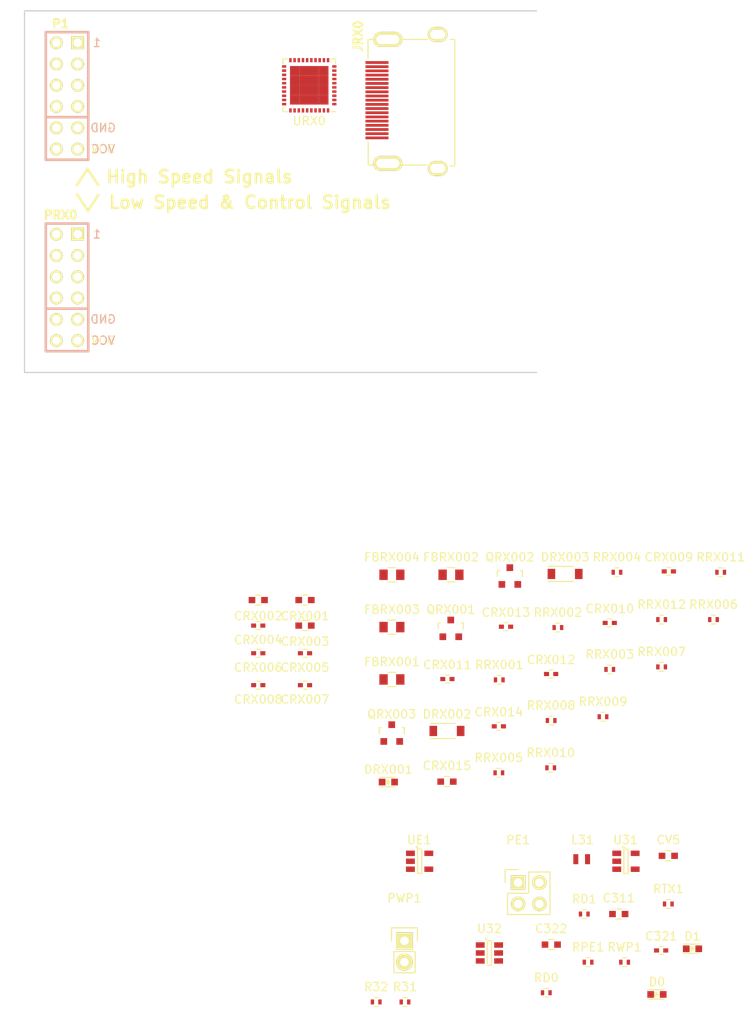
<source format=kicad_pcb>
(kicad_pcb (version 4) (host pcbnew 4.0.4+e1-6308~48~ubuntu14.04.1-stable)

  (general
    (links 173)
    (no_connects 173)
    (area 25.324999 26.086999 86.689001 69.417001)
    (thickness 1.6)
    (drawings 7)
    (tracks 0)
    (zones 0)
    (modules 60)
    (nets 54)
  )

  (page A4)
  (layers
    (0 F.Cu signal)
    (31 B.Cu signal)
    (32 B.Adhes user)
    (33 F.Adhes user)
    (34 B.Paste user)
    (35 F.Paste user)
    (36 B.SilkS user)
    (37 F.SilkS user)
    (38 B.Mask user)
    (39 F.Mask user)
    (40 Dwgs.User user)
    (41 Cmts.User user)
    (42 Eco1.User user)
    (43 Eco2.User user)
    (44 Edge.Cuts user)
    (45 Margin user)
    (46 B.CrtYd user)
    (47 F.CrtYd user)
    (48 B.Fab user)
    (49 F.Fab user)
  )

  (setup
    (last_trace_width 0.25)
    (trace_clearance 0.2)
    (zone_clearance 0.508)
    (zone_45_only no)
    (trace_min 0.2)
    (segment_width 0.2)
    (edge_width 0.15)
    (via_size 0.6)
    (via_drill 0.4)
    (via_min_size 0.4)
    (via_min_drill 0.3)
    (uvia_size 0.3)
    (uvia_drill 0.1)
    (uvias_allowed no)
    (uvia_min_size 0.2)
    (uvia_min_drill 0.1)
    (pcb_text_width 0.3)
    (pcb_text_size 1.5 1.5)
    (mod_edge_width 0.15)
    (mod_text_size 1 1)
    (mod_text_width 0.15)
    (pad_size 1.524 1.524)
    (pad_drill 0.762)
    (pad_to_mask_clearance 0.2)
    (aux_axis_origin 0 0)
    (visible_elements FFFFFF7F)
    (pcbplotparams
      (layerselection 0x00030_80000001)
      (usegerberextensions false)
      (excludeedgelayer true)
      (linewidth 0.100000)
      (plotframeref false)
      (viasonmask false)
      (mode 1)
      (useauxorigin false)
      (hpglpennumber 1)
      (hpglpenspeed 20)
      (hpglpendiameter 15)
      (hpglpenoverlay 2)
      (psnegative false)
      (psa4output false)
      (plotreference true)
      (plotvalue true)
      (plotinvisibletext false)
      (padsonsilk false)
      (subtractmaskfromsilk false)
      (outputformat 1)
      (mirror false)
      (drillshape 1)
      (scaleselection 1)
      (outputdirectory ""))
  )

  (net 0 "")
  (net 1 VCC3V3)
  (net 2 GND)
  (net 3 "Net-(C321-Pad1)")
  (net 4 "Net-(C321-Pad2)")
  (net 5 /HDMI_RX0_CLK+)
  (net 6 /HDMI_RX0_CLK-)
  (net 7 /HDMI_RX0_D0+)
  (net 8 /HDMI_RX0_D0-)
  (net 9 /HDMI_RX0_D1+)
  (net 10 /HDMI_RX0_D1-)
  (net 11 /HDMI_RX0_D2+)
  (net 12 /HDMI_RX0_D2-)
  (net 13 "/HDMI RX/HDMIP_RX0_HPD")
  (net 14 /HDMI_RX0_CEC)
  (net 15 "/HDMI RX/HDMIP_RX0_CLK+")
  (net 16 "/HDMI RX/HDMIP_RX0_D0-")
  (net 17 "/HDMI RX/HDMIP_RX0_D0+")
  (net 18 "/HDMI RX/HDMIP_RX0_D1-")
  (net 19 "/HDMI RX/HDMIP_RX0_D1+")
  (net 20 "/HDMI RX/HDMIP_RX0_D2-")
  (net 21 "/HDMI RX/HDMIP_RX0_D2+")
  (net 22 "/HDMI RX/HDMIP_RX0_CLK-")
  (net 23 "Net-(JRX0-Pad14)")
  (net 24 "/HDMI RX/HDMIP_RX0_SCL")
  (net 25 "/HDMI RX/HDMIP_RX0_SDA")
  (net 26 "Net-(L31-Pad2)")
  (net 27 /HDMI_RX0_SCL)
  (net 28 /HDMI_RX0_SDA)
  (net 29 "Net-(R31-Pad1)")
  (net 30 "/HDMI RX/AVCC3V3")
  (net 31 "/HDMI RX/VTTO3V3")
  (net 32 "/HDMI RX/VTTI3V3")
  (net 33 "Net-(CRX013-Pad1)")
  (net 34 "Net-(CRX015-Pad1)")
  (net 35 VCC5V0)
  (net 36 "Net-(D0-Pad1)")
  (net 37 "Net-(D1-Pad1)")
  (net 38 "/HDMI RX/VCC5V0_RX0")
  (net 39 "Net-(DRX001-Pad1)")
  (net 40 "Net-(FBRX004-Pad1)")
  (net 41 "Net-(JRX0-Pad11)")
  (net 42 "/HDMI RX/HDMIP_RX0_CEC")
  (net 43 /EEPROM_SCL)
  (net 44 /EEPROM_SDA)
  (net 45 "/HDMI RX/HDMI_RX0_HPA")
  (net 46 /HDMI_RX0_IO1)
  (net 47 /HDMI_RX0_IO0)
  (net 48 /HDMI_RX0_PEEN)
  (net 49 /HDMI_RX0_TXEN)
  (net 50 "Net-(PWP1-Pad1)")
  (net 51 "/HDMI RX/HDMI_RX0_HPD")
  (net 52 "Net-(QRX001-Pad3)")
  (net 53 "Net-(QRX003-Pad3)")

  (net_class Default "This is the default net class."
    (clearance 0.2)
    (trace_width 0.25)
    (via_dia 0.6)
    (via_drill 0.4)
    (uvia_dia 0.3)
    (uvia_drill 0.1)
    (add_net /EEPROM_SCL)
    (add_net /EEPROM_SDA)
    (add_net "/HDMI RX/AVCC3V3")
    (add_net "/HDMI RX/HDMIP_RX0_CEC")
    (add_net "/HDMI RX/HDMIP_RX0_CLK+")
    (add_net "/HDMI RX/HDMIP_RX0_CLK-")
    (add_net "/HDMI RX/HDMIP_RX0_D0+")
    (add_net "/HDMI RX/HDMIP_RX0_D0-")
    (add_net "/HDMI RX/HDMIP_RX0_D1+")
    (add_net "/HDMI RX/HDMIP_RX0_D1-")
    (add_net "/HDMI RX/HDMIP_RX0_D2+")
    (add_net "/HDMI RX/HDMIP_RX0_D2-")
    (add_net "/HDMI RX/HDMIP_RX0_HPD")
    (add_net "/HDMI RX/HDMIP_RX0_SCL")
    (add_net "/HDMI RX/HDMIP_RX0_SDA")
    (add_net "/HDMI RX/HDMI_RX0_HPA")
    (add_net "/HDMI RX/HDMI_RX0_HPD")
    (add_net "/HDMI RX/VCC5V0_RX0")
    (add_net "/HDMI RX/VTTI3V3")
    (add_net "/HDMI RX/VTTO3V3")
    (add_net /HDMI_RX0_CEC)
    (add_net /HDMI_RX0_CLK+)
    (add_net /HDMI_RX0_CLK-)
    (add_net /HDMI_RX0_D0+)
    (add_net /HDMI_RX0_D0-)
    (add_net /HDMI_RX0_D1+)
    (add_net /HDMI_RX0_D1-)
    (add_net /HDMI_RX0_D2+)
    (add_net /HDMI_RX0_D2-)
    (add_net /HDMI_RX0_IO0)
    (add_net /HDMI_RX0_IO1)
    (add_net /HDMI_RX0_PEEN)
    (add_net /HDMI_RX0_SCL)
    (add_net /HDMI_RX0_SDA)
    (add_net /HDMI_RX0_TXEN)
    (add_net GND)
    (add_net "Net-(C321-Pad1)")
    (add_net "Net-(C321-Pad2)")
    (add_net "Net-(CRX013-Pad1)")
    (add_net "Net-(CRX015-Pad1)")
    (add_net "Net-(D0-Pad1)")
    (add_net "Net-(D1-Pad1)")
    (add_net "Net-(DRX001-Pad1)")
    (add_net "Net-(FBRX004-Pad1)")
    (add_net "Net-(JRX0-Pad11)")
    (add_net "Net-(JRX0-Pad14)")
    (add_net "Net-(L31-Pad2)")
    (add_net "Net-(PWP1-Pad1)")
    (add_net "Net-(QRX001-Pad3)")
    (add_net "Net-(QRX003-Pad3)")
    (add_net "Net-(R31-Pad1)")
    (add_net VCC3V3)
    (add_net VCC5V0)
  )

  (module Capacitors_SMD:C_0603 (layer F.Cu) (tedit 5415D631) (tstamp 58033230)
    (at 96.437428 134.009)
    (descr "Capacitor SMD 0603, reflow soldering, AVX (see smccp.pdf)")
    (tags "capacitor 0603")
    (path /5803BE39)
    (attr smd)
    (fp_text reference C311 (at 0 -1.9) (layer F.SilkS)
      (effects (font (size 1 1) (thickness 0.15)))
    )
    (fp_text value 4.7uF (at 0 1.9) (layer F.Fab)
      (effects (font (size 1 1) (thickness 0.15)))
    )
    (fp_line (start -0.8 0.4) (end -0.8 -0.4) (layer F.Fab) (width 0.15))
    (fp_line (start 0.8 0.4) (end -0.8 0.4) (layer F.Fab) (width 0.15))
    (fp_line (start 0.8 -0.4) (end 0.8 0.4) (layer F.Fab) (width 0.15))
    (fp_line (start -0.8 -0.4) (end 0.8 -0.4) (layer F.Fab) (width 0.15))
    (fp_line (start -1.45 -0.75) (end 1.45 -0.75) (layer F.CrtYd) (width 0.05))
    (fp_line (start -1.45 0.75) (end 1.45 0.75) (layer F.CrtYd) (width 0.05))
    (fp_line (start -1.45 -0.75) (end -1.45 0.75) (layer F.CrtYd) (width 0.05))
    (fp_line (start 1.45 -0.75) (end 1.45 0.75) (layer F.CrtYd) (width 0.05))
    (fp_line (start -0.35 -0.6) (end 0.35 -0.6) (layer F.SilkS) (width 0.15))
    (fp_line (start 0.35 0.6) (end -0.35 0.6) (layer F.SilkS) (width 0.15))
    (pad 1 smd rect (at -0.75 0) (size 0.8 0.75) (layers F.Cu F.Paste F.Mask)
      (net 1 VCC3V3))
    (pad 2 smd rect (at 0.75 0) (size 0.8 0.75) (layers F.Cu F.Paste F.Mask)
      (net 2 GND))
    (model Capacitors_SMD.3dshapes/C_0603.wrl
      (at (xyz 0 0 0))
      (scale (xyz 1 1 1))
      (rotate (xyz 0 0 0))
    )
  )

  (module Capacitors_SMD:C_0402 (layer F.Cu) (tedit 5415D599) (tstamp 58033236)
    (at 101.504571 138.359)
    (descr "Capacitor SMD 0402, reflow soldering, AVX (see smccp.pdf)")
    (tags "capacitor 0402")
    (path /5803CD16)
    (attr smd)
    (fp_text reference C321 (at 0 -1.7) (layer F.SilkS)
      (effects (font (size 1 1) (thickness 0.15)))
    )
    (fp_text value 220n (at 0 1.7) (layer F.Fab)
      (effects (font (size 1 1) (thickness 0.15)))
    )
    (fp_line (start -0.5 0.25) (end -0.5 -0.25) (layer F.Fab) (width 0.15))
    (fp_line (start 0.5 0.25) (end -0.5 0.25) (layer F.Fab) (width 0.15))
    (fp_line (start 0.5 -0.25) (end 0.5 0.25) (layer F.Fab) (width 0.15))
    (fp_line (start -0.5 -0.25) (end 0.5 -0.25) (layer F.Fab) (width 0.15))
    (fp_line (start -1.15 -0.6) (end 1.15 -0.6) (layer F.CrtYd) (width 0.05))
    (fp_line (start -1.15 0.6) (end 1.15 0.6) (layer F.CrtYd) (width 0.05))
    (fp_line (start -1.15 -0.6) (end -1.15 0.6) (layer F.CrtYd) (width 0.05))
    (fp_line (start 1.15 -0.6) (end 1.15 0.6) (layer F.CrtYd) (width 0.05))
    (fp_line (start 0.25 -0.475) (end -0.25 -0.475) (layer F.SilkS) (width 0.15))
    (fp_line (start -0.25 0.475) (end 0.25 0.475) (layer F.SilkS) (width 0.15))
    (pad 1 smd rect (at -0.55 0) (size 0.6 0.5) (layers F.Cu F.Paste F.Mask)
      (net 3 "Net-(C321-Pad1)"))
    (pad 2 smd rect (at 0.55 0) (size 0.6 0.5) (layers F.Cu F.Paste F.Mask)
      (net 4 "Net-(C321-Pad2)"))
    (model Capacitors_SMD.3dshapes/C_0402.wrl
      (at (xyz 0 0 0))
      (scale (xyz 1 1 1))
      (rotate (xyz 0 0 0))
    )
  )

  (module Capacitors_SMD:C_0603 (layer F.Cu) (tedit 5415D631) (tstamp 5803323C)
    (at 88.367428 137.659)
    (descr "Capacitor SMD 0603, reflow soldering, AVX (see smccp.pdf)")
    (tags "capacitor 0603")
    (path /5803C17C)
    (attr smd)
    (fp_text reference C322 (at 0 -1.9) (layer F.SilkS)
      (effects (font (size 1 1) (thickness 0.15)))
    )
    (fp_text value 2.2uF (at 0 1.9) (layer F.Fab)
      (effects (font (size 1 1) (thickness 0.15)))
    )
    (fp_line (start -0.8 0.4) (end -0.8 -0.4) (layer F.Fab) (width 0.15))
    (fp_line (start 0.8 0.4) (end -0.8 0.4) (layer F.Fab) (width 0.15))
    (fp_line (start 0.8 -0.4) (end 0.8 0.4) (layer F.Fab) (width 0.15))
    (fp_line (start -0.8 -0.4) (end 0.8 -0.4) (layer F.Fab) (width 0.15))
    (fp_line (start -1.45 -0.75) (end 1.45 -0.75) (layer F.CrtYd) (width 0.05))
    (fp_line (start -1.45 0.75) (end 1.45 0.75) (layer F.CrtYd) (width 0.05))
    (fp_line (start -1.45 -0.75) (end -1.45 0.75) (layer F.CrtYd) (width 0.05))
    (fp_line (start 1.45 -0.75) (end 1.45 0.75) (layer F.CrtYd) (width 0.05))
    (fp_line (start -0.35 -0.6) (end 0.35 -0.6) (layer F.SilkS) (width 0.15))
    (fp_line (start 0.35 0.6) (end -0.35 0.6) (layer F.SilkS) (width 0.15))
    (pad 1 smd rect (at -0.75 0) (size 0.8 0.75) (layers F.Cu F.Paste F.Mask)
      (net 1 VCC3V3))
    (pad 2 smd rect (at 0.75 0) (size 0.8 0.75) (layers F.Cu F.Paste F.Mask)
      (net 2 GND))
    (model Capacitors_SMD.3dshapes/C_0603.wrl
      (at (xyz 0 0 0))
      (scale (xyz 1 1 1))
      (rotate (xyz 0 0 0))
    )
  )

  (module hdmi:HDMI_TH (layer F.Cu) (tedit 5305E674) (tstamp 580332A5)
    (at 68.834 36.83 90)
    (path /5802F547/57C077DA)
    (fp_text reference JRX0 (at 7.635 -3.563 90) (layer F.SilkS)
      (effects (font (size 1.016 1.016) (thickness 0.254)))
    )
    (fp_text value HDMI_IN (at 0 3.556 90) (layer F.SilkS) hide
      (effects (font (size 1.27 1.27) (thickness 0.254)))
    )
    (fp_line (start 7.25 -1.75) (end 7.25 -2.372) (layer F.SilkS) (width 0.15))
    (fp_line (start 7.25 -2.372) (end 5 -2.372) (layer F.SilkS) (width 0.15))
    (fp_line (start -7.75 -1.75) (end -7.75 -2.342) (layer F.SilkS) (width 0.15))
    (fp_line (start -7.75 -2.342) (end -5.01 -2.342) (layer F.SilkS) (width 0.15))
    (fp_line (start -7.75 4.66952) (end -7.75 1.81952) (layer F.SilkS) (width 0.15))
    (fp_line (start 7.25 4.75) (end 7.25 1.8) (layer F.SilkS) (width 0.15))
    (fp_line (start 0 8) (end -7.85 8) (layer F.SilkS) (width 0.15))
    (fp_line (start -7.85 8) (end -7.85 7.45) (layer F.SilkS) (width 0.15))
    (fp_line (start 0 8) (end 7.25 8) (layer F.SilkS) (width 0.15))
    (fp_line (start 7.25 8) (end 7.25 7.45) (layer F.SilkS) (width 0.15))
    (pad 10 smd rect (at 0 -1.3 90) (size 0.3302 2.75) (layers F.Cu F.Paste F.Mask)
      (net 15 "/HDMI RX/HDMIP_RX0_CLK+"))
    (pad 9 smd rect (at 0.5 -1.3 90) (size 0.3302 2.75) (layers F.Cu F.Paste F.Mask)
      (net 16 "/HDMI RX/HDMIP_RX0_D0-"))
    (pad 8 smd rect (at 1 -1.3 90) (size 0.3302 2.75) (layers F.Cu F.Paste F.Mask)
      (net 2 GND))
    (pad 7 smd rect (at 1.5 -1.3 90) (size 0.3302 2.75) (layers F.Cu F.Paste F.Mask)
      (net 17 "/HDMI RX/HDMIP_RX0_D0+"))
    (pad 6 smd rect (at 2 -1.3 90) (size 0.3302 2.75) (layers F.Cu F.Paste F.Mask)
      (net 18 "/HDMI RX/HDMIP_RX0_D1-"))
    (pad 5 smd rect (at 2.5 -1.3 90) (size 0.3302 2.75) (layers F.Cu F.Paste F.Mask)
      (net 2 GND))
    (pad 4 smd rect (at 3 -1.3 90) (size 0.3302 2.75) (layers F.Cu F.Paste F.Mask)
      (net 19 "/HDMI RX/HDMIP_RX0_D1+"))
    (pad 3 smd rect (at 3.5 -1.3 90) (size 0.3302 2.75) (layers F.Cu F.Paste F.Mask)
      (net 20 "/HDMI RX/HDMIP_RX0_D2-"))
    (pad 2 smd rect (at 4 -1.3 90) (size 0.3302 2.75) (layers F.Cu F.Paste F.Mask)
      (net 2 GND))
    (pad 1 smd rect (at 4.5 -1.3 90) (size 0.3302 2.75) (layers F.Cu F.Paste F.Mask)
      (net 21 "/HDMI RX/HDMIP_RX0_D2+"))
    (pad 11 smd rect (at -0.5 -1.3 90) (size 0.3302 2.75) (layers F.Cu F.Paste F.Mask)
      (net 41 "Net-(JRX0-Pad11)"))
    (pad 12 smd rect (at -1 -1.3 90) (size 0.3302 2.75) (layers F.Cu F.Paste F.Mask)
      (net 22 "/HDMI RX/HDMIP_RX0_CLK-"))
    (pad 13 smd rect (at -1.5 -1.3 90) (size 0.3302 2.75) (layers F.Cu F.Paste F.Mask)
      (net 42 "/HDMI RX/HDMIP_RX0_CEC"))
    (pad 14 smd rect (at -2 -1.3 90) (size 0.3302 2.75) (layers F.Cu F.Paste F.Mask)
      (net 23 "Net-(JRX0-Pad14)"))
    (pad 15 smd rect (at -2.5 -1.3 90) (size 0.3302 2.75) (layers F.Cu F.Paste F.Mask)
      (net 24 "/HDMI RX/HDMIP_RX0_SCL"))
    (pad 16 smd rect (at -3 -1.3 90) (size 0.3302 2.75) (layers F.Cu F.Paste F.Mask)
      (net 25 "/HDMI RX/HDMIP_RX0_SDA"))
    (pad 17 smd rect (at -3.5 -1.3 90) (size 0.3302 2.75) (layers F.Cu F.Paste F.Mask)
      (net 2 GND))
    (pad 18 smd rect (at -4 -1.3 90) (size 0.3302 2.75) (layers F.Cu F.Paste F.Mask)
      (net 40 "Net-(FBRX004-Pad1)"))
    (pad 19 smd rect (at -4.5 -1.3 90) (size 0.3302 2.75) (layers F.Cu F.Paste F.Mask)
      (net 13 "/HDMI RX/HDMIP_RX0_HPD"))
    (pad 0 thru_hole oval (at -7.55 0 90) (size 1.8 3.5) (drill oval 1.1 2.75) (layers *.Cu *.Mask F.SilkS))
    (pad 0 thru_hole oval (at 7.25 0 90) (size 1.8 3.5) (drill oval 1.1 2.75) (layers *.Cu *.Mask F.SilkS))
    (pad 0 thru_hole oval (at -8.15 5.96 90) (size 1.8 2.35) (drill oval 1.1 1.8) (layers *.Cu *.Mask F.SilkS))
    (pad 0 thru_hole oval (at 7.85 5.96 90) (size 1.8 2.35) (drill oval 1.1 1.8) (layers *.Cu *.Mask F.SilkS))
  )

  (module Inductors_NEOSID:Neosid_Inductor_SM0603CG (layer F.Cu) (tedit 0) (tstamp 580332AB)
    (at 92.003326 127.46024)
    (descr "Neosid, Inductor, SM0603CG, Festinduktivitaet, SMD,")
    (tags "Neosid, Inductor, SM0603CG, Festinduktivitaet, SMD,")
    (path /5803B5D8)
    (attr smd)
    (fp_text reference L31 (at 0.09906 -2.30124) (layer F.SilkS)
      (effects (font (size 1 1) (thickness 0.15)))
    )
    (fp_text value 4.7uH (at -0.20066 2.70002) (layer F.Fab)
      (effects (font (size 1 1) (thickness 0.15)))
    )
    (pad 2 smd rect (at 0.70104 0) (size 0.59944 1.19888) (layers F.Cu F.Paste F.Mask)
      (net 26 "Net-(L31-Pad2)"))
    (pad 1 smd rect (at -0.70104 0) (size 0.59944 1.19888) (layers F.Cu F.Paste F.Mask)
      (net 1 VCC3V3))
  )

  (module Resistors_SMD:R_0402 (layer F.Cu) (tedit 5415CBB8) (tstamp 580332D1)
    (at 70.881238 144.509)
    (descr "Resistor SMD 0402, reflow soldering, Vishay (see dcrcw.pdf)")
    (tags "resistor 0402")
    (path /5803B7C8)
    (attr smd)
    (fp_text reference R31 (at 0 -1.8) (layer F.SilkS)
      (effects (font (size 1 1) (thickness 0.15)))
    )
    (fp_text value 4.7k (at 0 1.8) (layer F.Fab)
      (effects (font (size 1 1) (thickness 0.15)))
    )
    (fp_line (start -0.95 -0.65) (end 0.95 -0.65) (layer F.CrtYd) (width 0.05))
    (fp_line (start -0.95 0.65) (end 0.95 0.65) (layer F.CrtYd) (width 0.05))
    (fp_line (start -0.95 -0.65) (end -0.95 0.65) (layer F.CrtYd) (width 0.05))
    (fp_line (start 0.95 -0.65) (end 0.95 0.65) (layer F.CrtYd) (width 0.05))
    (fp_line (start 0.25 -0.525) (end -0.25 -0.525) (layer F.SilkS) (width 0.15))
    (fp_line (start -0.25 0.525) (end 0.25 0.525) (layer F.SilkS) (width 0.15))
    (pad 1 smd rect (at -0.45 0) (size 0.4 0.6) (layers F.Cu F.Paste F.Mask)
      (net 29 "Net-(R31-Pad1)"))
    (pad 2 smd rect (at 0.45 0) (size 0.4 0.6) (layers F.Cu F.Paste F.Mask)
      (net 1 VCC3V3))
    (model Resistors_SMD.3dshapes/R_0402.wrl
      (at (xyz 0 0 0))
      (scale (xyz 1 1 1))
      (rotate (xyz 0 0 0))
    )
  )

  (module Resistors_SMD:R_0402 (layer F.Cu) (tedit 5415CBB8) (tstamp 580332D7)
    (at 67.438381 144.509)
    (descr "Resistor SMD 0402, reflow soldering, Vishay (see dcrcw.pdf)")
    (tags "resistor 0402")
    (path /580409A1)
    (attr smd)
    (fp_text reference R32 (at 0 -1.8) (layer F.SilkS)
      (effects (font (size 1 1) (thickness 0.15)))
    )
    (fp_text value 10k (at 0 1.8) (layer F.Fab)
      (effects (font (size 1 1) (thickness 0.15)))
    )
    (fp_line (start -0.95 -0.65) (end 0.95 -0.65) (layer F.CrtYd) (width 0.05))
    (fp_line (start -0.95 0.65) (end 0.95 0.65) (layer F.CrtYd) (width 0.05))
    (fp_line (start -0.95 -0.65) (end -0.95 0.65) (layer F.CrtYd) (width 0.05))
    (fp_line (start 0.95 -0.65) (end 0.95 0.65) (layer F.CrtYd) (width 0.05))
    (fp_line (start 0.25 -0.525) (end -0.25 -0.525) (layer F.SilkS) (width 0.15))
    (fp_line (start -0.25 0.525) (end 0.25 0.525) (layer F.SilkS) (width 0.15))
    (pad 1 smd rect (at -0.45 0) (size 0.4 0.6) (layers F.Cu F.Paste F.Mask)
      (net 47 /HDMI_RX0_IO0))
    (pad 2 smd rect (at 0.45 0) (size 0.4 0.6) (layers F.Cu F.Paste F.Mask)
      (net 1 VCC3V3))
    (model Resistors_SMD.3dshapes/R_0402.wrl
      (at (xyz 0 0 0))
      (scale (xyz 1 1 1))
      (rotate (xyz 0 0 0))
    )
  )

  (module TO_SOT_Packages_SMD:SOT-23-5 (layer F.Cu) (tedit 55360473) (tstamp 58033322)
    (at 97.296952 127.709)
    (descr "5-pin SOT23 package")
    (tags SOT-23-5)
    (path /5803B328)
    (attr smd)
    (fp_text reference U31 (at -0.05 -2.55) (layer F.SilkS)
      (effects (font (size 1 1) (thickness 0.15)))
    )
    (fp_text value XC9140 (at -0.05 2.35) (layer F.Fab)
      (effects (font (size 1 1) (thickness 0.15)))
    )
    (fp_line (start -1.8 -1.6) (end 1.8 -1.6) (layer F.CrtYd) (width 0.05))
    (fp_line (start 1.8 -1.6) (end 1.8 1.6) (layer F.CrtYd) (width 0.05))
    (fp_line (start 1.8 1.6) (end -1.8 1.6) (layer F.CrtYd) (width 0.05))
    (fp_line (start -1.8 1.6) (end -1.8 -1.6) (layer F.CrtYd) (width 0.05))
    (fp_circle (center -0.3 -1.7) (end -0.2 -1.7) (layer F.SilkS) (width 0.15))
    (fp_line (start 0.25 -1.45) (end -0.25 -1.45) (layer F.SilkS) (width 0.15))
    (fp_line (start 0.25 1.45) (end 0.25 -1.45) (layer F.SilkS) (width 0.15))
    (fp_line (start -0.25 1.45) (end 0.25 1.45) (layer F.SilkS) (width 0.15))
    (fp_line (start -0.25 -1.45) (end -0.25 1.45) (layer F.SilkS) (width 0.15))
    (pad 1 smd rect (at -1.1 -0.95) (size 1.06 0.65) (layers F.Cu F.Paste F.Mask)
      (net 29 "Net-(R31-Pad1)"))
    (pad 2 smd rect (at -1.1 0) (size 1.06 0.65) (layers F.Cu F.Paste F.Mask)
      (net 2 GND))
    (pad 3 smd rect (at -1.1 0.95) (size 1.06 0.65) (layers F.Cu F.Paste F.Mask)
      (net 1 VCC3V3))
    (pad 4 smd rect (at 1.1 0.95) (size 1.06 0.65) (layers F.Cu F.Paste F.Mask)
      (net 35 VCC5V0))
    (pad 5 smd rect (at 1.1 -0.95) (size 1.06 0.65) (layers F.Cu F.Paste F.Mask)
      (net 26 "Net-(L31-Pad2)"))
    (model TO_SOT_Packages_SMD.3dshapes/SOT-23-5.wrl
      (at (xyz 0 0 0))
      (scale (xyz 1 1 1))
      (rotate (xyz 0 0 0))
    )
  )

  (module TO_SOT_Packages_SMD:SOT-23-6 (layer F.Cu) (tedit 53DE8DE3) (tstamp 5803332C)
    (at 80.974571 138.659)
    (descr "6-pin SOT-23 package")
    (tags SOT-23-6)
    (path /5803BF4F)
    (attr smd)
    (fp_text reference U32 (at 0 -2.9) (layer F.SilkS)
      (effects (font (size 1 1) (thickness 0.15)))
    )
    (fp_text value REG710-DBV (at 0 2.9) (layer F.Fab)
      (effects (font (size 1 1) (thickness 0.15)))
    )
    (fp_circle (center -0.4 -1.7) (end -0.3 -1.7) (layer F.SilkS) (width 0.15))
    (fp_line (start 0.25 -1.45) (end -0.25 -1.45) (layer F.SilkS) (width 0.15))
    (fp_line (start 0.25 1.45) (end 0.25 -1.45) (layer F.SilkS) (width 0.15))
    (fp_line (start -0.25 1.45) (end 0.25 1.45) (layer F.SilkS) (width 0.15))
    (fp_line (start -0.25 -1.45) (end -0.25 1.45) (layer F.SilkS) (width 0.15))
    (pad 1 smd rect (at -1.1 -0.95) (size 1.06 0.65) (layers F.Cu F.Paste F.Mask)
      (net 35 VCC5V0))
    (pad 2 smd rect (at -1.1 0) (size 1.06 0.65) (layers F.Cu F.Paste F.Mask)
      (net 2 GND))
    (pad 3 smd rect (at -1.1 0.95) (size 1.06 0.65) (layers F.Cu F.Paste F.Mask)
      (net 47 /HDMI_RX0_IO0))
    (pad 4 smd rect (at 1.1 0.95) (size 1.06 0.65) (layers F.Cu F.Paste F.Mask)
      (net 4 "Net-(C321-Pad2)"))
    (pad 6 smd rect (at 1.1 -0.95) (size 1.06 0.65) (layers F.Cu F.Paste F.Mask)
      (net 3 "Net-(C321-Pad1)"))
    (pad 5 smd rect (at 1.1 0) (size 1.06 0.65) (layers F.Cu F.Paste F.Mask)
      (net 1 VCC3V3))
    (model TO_SOT_Packages_SMD.3dshapes/SOT-23-6.wrl
      (at (xyz 0 0 0))
      (scale (xyz 1 1 1))
      (rotate (xyz 0 0 0))
    )
  )

  (module Capacitors_SMD:C_0402 (layer F.Cu) (tedit 5415D599) (tstamp 58034294)
    (at 53.34 99.568 180)
    (descr "Capacitor SMD 0402, reflow soldering, AVX (see smccp.pdf)")
    (tags "capacitor 0402")
    (path /5802F547/57C3EC9F)
    (attr smd)
    (fp_text reference CRX004 (at 0 -1.7 180) (layer F.SilkS)
      (effects (font (size 1 1) (thickness 0.15)))
    )
    (fp_text value 0.1uF (at 0 1.7 180) (layer F.Fab)
      (effects (font (size 1 1) (thickness 0.15)))
    )
    (fp_line (start -0.5 0.25) (end -0.5 -0.25) (layer F.Fab) (width 0.15))
    (fp_line (start 0.5 0.25) (end -0.5 0.25) (layer F.Fab) (width 0.15))
    (fp_line (start 0.5 -0.25) (end 0.5 0.25) (layer F.Fab) (width 0.15))
    (fp_line (start -0.5 -0.25) (end 0.5 -0.25) (layer F.Fab) (width 0.15))
    (fp_line (start -1.15 -0.6) (end 1.15 -0.6) (layer F.CrtYd) (width 0.05))
    (fp_line (start -1.15 0.6) (end 1.15 0.6) (layer F.CrtYd) (width 0.05))
    (fp_line (start -1.15 -0.6) (end -1.15 0.6) (layer F.CrtYd) (width 0.05))
    (fp_line (start 1.15 -0.6) (end 1.15 0.6) (layer F.CrtYd) (width 0.05))
    (fp_line (start 0.25 -0.475) (end -0.25 -0.475) (layer F.SilkS) (width 0.15))
    (fp_line (start -0.25 0.475) (end 0.25 0.475) (layer F.SilkS) (width 0.15))
    (pad 1 smd rect (at -0.55 0 180) (size 0.6 0.5) (layers F.Cu F.Paste F.Mask)
      (net 30 "/HDMI RX/AVCC3V3"))
    (pad 2 smd rect (at 0.55 0 180) (size 0.6 0.5) (layers F.Cu F.Paste F.Mask)
      (net 2 GND))
    (model Capacitors_SMD.3dshapes/C_0402.wrl
      (at (xyz 0 0 0))
      (scale (xyz 1 1 1))
      (rotate (xyz 0 0 0))
    )
  )

  (module Capacitors_SMD:C_0402 (layer F.Cu) (tedit 5415D599) (tstamp 5803429A)
    (at 58.928 102.87 180)
    (descr "Capacitor SMD 0402, reflow soldering, AVX (see smccp.pdf)")
    (tags "capacitor 0402")
    (path /5802F547/57C3EAD5)
    (attr smd)
    (fp_text reference CRX005 (at 0 -1.7 180) (layer F.SilkS)
      (effects (font (size 1 1) (thickness 0.15)))
    )
    (fp_text value 0.1uF (at 0 1.7 180) (layer F.Fab)
      (effects (font (size 1 1) (thickness 0.15)))
    )
    (fp_line (start -0.5 0.25) (end -0.5 -0.25) (layer F.Fab) (width 0.15))
    (fp_line (start 0.5 0.25) (end -0.5 0.25) (layer F.Fab) (width 0.15))
    (fp_line (start 0.5 -0.25) (end 0.5 0.25) (layer F.Fab) (width 0.15))
    (fp_line (start -0.5 -0.25) (end 0.5 -0.25) (layer F.Fab) (width 0.15))
    (fp_line (start -1.15 -0.6) (end 1.15 -0.6) (layer F.CrtYd) (width 0.05))
    (fp_line (start -1.15 0.6) (end 1.15 0.6) (layer F.CrtYd) (width 0.05))
    (fp_line (start -1.15 -0.6) (end -1.15 0.6) (layer F.CrtYd) (width 0.05))
    (fp_line (start 1.15 -0.6) (end 1.15 0.6) (layer F.CrtYd) (width 0.05))
    (fp_line (start 0.25 -0.475) (end -0.25 -0.475) (layer F.SilkS) (width 0.15))
    (fp_line (start -0.25 0.475) (end 0.25 0.475) (layer F.SilkS) (width 0.15))
    (pad 1 smd rect (at -0.55 0 180) (size 0.6 0.5) (layers F.Cu F.Paste F.Mask)
      (net 31 "/HDMI RX/VTTO3V3"))
    (pad 2 smd rect (at 0.55 0 180) (size 0.6 0.5) (layers F.Cu F.Paste F.Mask)
      (net 2 GND))
    (model Capacitors_SMD.3dshapes/C_0402.wrl
      (at (xyz 0 0 0))
      (scale (xyz 1 1 1))
      (rotate (xyz 0 0 0))
    )
  )

  (module Capacitors_SMD:C_0402 (layer F.Cu) (tedit 5415D599) (tstamp 580342A0)
    (at 53.34 102.87 180)
    (descr "Capacitor SMD 0402, reflow soldering, AVX (see smccp.pdf)")
    (tags "capacitor 0402")
    (path /5802F547/57C3EBF7)
    (attr smd)
    (fp_text reference CRX006 (at 0 -1.7 180) (layer F.SilkS)
      (effects (font (size 1 1) (thickness 0.15)))
    )
    (fp_text value 0.1uF (at 0 1.7 180) (layer F.Fab)
      (effects (font (size 1 1) (thickness 0.15)))
    )
    (fp_line (start -0.5 0.25) (end -0.5 -0.25) (layer F.Fab) (width 0.15))
    (fp_line (start 0.5 0.25) (end -0.5 0.25) (layer F.Fab) (width 0.15))
    (fp_line (start 0.5 -0.25) (end 0.5 0.25) (layer F.Fab) (width 0.15))
    (fp_line (start -0.5 -0.25) (end 0.5 -0.25) (layer F.Fab) (width 0.15))
    (fp_line (start -1.15 -0.6) (end 1.15 -0.6) (layer F.CrtYd) (width 0.05))
    (fp_line (start -1.15 0.6) (end 1.15 0.6) (layer F.CrtYd) (width 0.05))
    (fp_line (start -1.15 -0.6) (end -1.15 0.6) (layer F.CrtYd) (width 0.05))
    (fp_line (start 1.15 -0.6) (end 1.15 0.6) (layer F.CrtYd) (width 0.05))
    (fp_line (start 0.25 -0.475) (end -0.25 -0.475) (layer F.SilkS) (width 0.15))
    (fp_line (start -0.25 0.475) (end 0.25 0.475) (layer F.SilkS) (width 0.15))
    (pad 1 smd rect (at -0.55 0 180) (size 0.6 0.5) (layers F.Cu F.Paste F.Mask)
      (net 32 "/HDMI RX/VTTI3V3"))
    (pad 2 smd rect (at 0.55 0 180) (size 0.6 0.5) (layers F.Cu F.Paste F.Mask)
      (net 2 GND))
    (model Capacitors_SMD.3dshapes/C_0402.wrl
      (at (xyz 0 0 0))
      (scale (xyz 1 1 1))
      (rotate (xyz 0 0 0))
    )
  )

  (module Capacitors_SMD:C_0402 (layer F.Cu) (tedit 5415D599) (tstamp 580342A6)
    (at 58.928 106.68 180)
    (descr "Capacitor SMD 0402, reflow soldering, AVX (see smccp.pdf)")
    (tags "capacitor 0402")
    (path /5802F547/57C3ECD1)
    (attr smd)
    (fp_text reference CRX007 (at 0 -1.7 180) (layer F.SilkS)
      (effects (font (size 1 1) (thickness 0.15)))
    )
    (fp_text value 0.1uF (at 0 1.7 180) (layer F.Fab)
      (effects (font (size 1 1) (thickness 0.15)))
    )
    (fp_line (start -0.5 0.25) (end -0.5 -0.25) (layer F.Fab) (width 0.15))
    (fp_line (start 0.5 0.25) (end -0.5 0.25) (layer F.Fab) (width 0.15))
    (fp_line (start 0.5 -0.25) (end 0.5 0.25) (layer F.Fab) (width 0.15))
    (fp_line (start -0.5 -0.25) (end 0.5 -0.25) (layer F.Fab) (width 0.15))
    (fp_line (start -1.15 -0.6) (end 1.15 -0.6) (layer F.CrtYd) (width 0.05))
    (fp_line (start -1.15 0.6) (end 1.15 0.6) (layer F.CrtYd) (width 0.05))
    (fp_line (start -1.15 -0.6) (end -1.15 0.6) (layer F.CrtYd) (width 0.05))
    (fp_line (start 1.15 -0.6) (end 1.15 0.6) (layer F.CrtYd) (width 0.05))
    (fp_line (start 0.25 -0.475) (end -0.25 -0.475) (layer F.SilkS) (width 0.15))
    (fp_line (start -0.25 0.475) (end 0.25 0.475) (layer F.SilkS) (width 0.15))
    (pad 1 smd rect (at -0.55 0 180) (size 0.6 0.5) (layers F.Cu F.Paste F.Mask)
      (net 30 "/HDMI RX/AVCC3V3"))
    (pad 2 smd rect (at 0.55 0 180) (size 0.6 0.5) (layers F.Cu F.Paste F.Mask)
      (net 2 GND))
    (model Capacitors_SMD.3dshapes/C_0402.wrl
      (at (xyz 0 0 0))
      (scale (xyz 1 1 1))
      (rotate (xyz 0 0 0))
    )
  )

  (module Capacitors_SMD:C_0402 (layer F.Cu) (tedit 5415D599) (tstamp 580342AC)
    (at 53.34 106.68 180)
    (descr "Capacitor SMD 0402, reflow soldering, AVX (see smccp.pdf)")
    (tags "capacitor 0402")
    (path /5802F547/57C3EB1B)
    (attr smd)
    (fp_text reference CRX008 (at 0 -1.7 180) (layer F.SilkS)
      (effects (font (size 1 1) (thickness 0.15)))
    )
    (fp_text value 10nF (at 0 1.7 180) (layer F.Fab)
      (effects (font (size 1 1) (thickness 0.15)))
    )
    (fp_line (start -0.5 0.25) (end -0.5 -0.25) (layer F.Fab) (width 0.15))
    (fp_line (start 0.5 0.25) (end -0.5 0.25) (layer F.Fab) (width 0.15))
    (fp_line (start 0.5 -0.25) (end 0.5 0.25) (layer F.Fab) (width 0.15))
    (fp_line (start -0.5 -0.25) (end 0.5 -0.25) (layer F.Fab) (width 0.15))
    (fp_line (start -1.15 -0.6) (end 1.15 -0.6) (layer F.CrtYd) (width 0.05))
    (fp_line (start -1.15 0.6) (end 1.15 0.6) (layer F.CrtYd) (width 0.05))
    (fp_line (start -1.15 -0.6) (end -1.15 0.6) (layer F.CrtYd) (width 0.05))
    (fp_line (start 1.15 -0.6) (end 1.15 0.6) (layer F.CrtYd) (width 0.05))
    (fp_line (start 0.25 -0.475) (end -0.25 -0.475) (layer F.SilkS) (width 0.15))
    (fp_line (start -0.25 0.475) (end 0.25 0.475) (layer F.SilkS) (width 0.15))
    (pad 1 smd rect (at -0.55 0 180) (size 0.6 0.5) (layers F.Cu F.Paste F.Mask)
      (net 31 "/HDMI RX/VTTO3V3"))
    (pad 2 smd rect (at 0.55 0 180) (size 0.6 0.5) (layers F.Cu F.Paste F.Mask)
      (net 2 GND))
    (model Capacitors_SMD.3dshapes/C_0402.wrl
      (at (xyz 0 0 0))
      (scale (xyz 1 1 1))
      (rotate (xyz 0 0 0))
    )
  )

  (module Capacitors_SMD:C_0402 (layer F.Cu) (tedit 5415D599) (tstamp 580342B2)
    (at 82.960762 99.699)
    (descr "Capacitor SMD 0402, reflow soldering, AVX (see smccp.pdf)")
    (tags "capacitor 0402")
    (path /5802F547/57C09183)
    (attr smd)
    (fp_text reference CRX013 (at 0 -1.7) (layer F.SilkS)
      (effects (font (size 1 1) (thickness 0.15)))
    )
    (fp_text value 0.1nF (at 0 1.7) (layer F.Fab)
      (effects (font (size 1 1) (thickness 0.15)))
    )
    (fp_line (start -0.5 0.25) (end -0.5 -0.25) (layer F.Fab) (width 0.15))
    (fp_line (start 0.5 0.25) (end -0.5 0.25) (layer F.Fab) (width 0.15))
    (fp_line (start 0.5 -0.25) (end 0.5 0.25) (layer F.Fab) (width 0.15))
    (fp_line (start -0.5 -0.25) (end 0.5 -0.25) (layer F.Fab) (width 0.15))
    (fp_line (start -1.15 -0.6) (end 1.15 -0.6) (layer F.CrtYd) (width 0.05))
    (fp_line (start -1.15 0.6) (end 1.15 0.6) (layer F.CrtYd) (width 0.05))
    (fp_line (start -1.15 -0.6) (end -1.15 0.6) (layer F.CrtYd) (width 0.05))
    (fp_line (start 1.15 -0.6) (end 1.15 0.6) (layer F.CrtYd) (width 0.05))
    (fp_line (start 0.25 -0.475) (end -0.25 -0.475) (layer F.SilkS) (width 0.15))
    (fp_line (start -0.25 0.475) (end 0.25 0.475) (layer F.SilkS) (width 0.15))
    (pad 1 smd rect (at -0.55 0) (size 0.6 0.5) (layers F.Cu F.Paste F.Mask)
      (net 33 "Net-(CRX013-Pad1)"))
    (pad 2 smd rect (at 0.55 0) (size 0.6 0.5) (layers F.Cu F.Paste F.Mask)
      (net 2 GND))
    (model Capacitors_SMD.3dshapes/C_0402.wrl
      (at (xyz 0 0 0))
      (scale (xyz 1 1 1))
      (rotate (xyz 0 0 0))
    )
  )

  (module Resistors_SMD:R_0402 (layer F.Cu) (tedit 5415CBB8) (tstamp 580342CA)
    (at 82.150762 106.049)
    (descr "Resistor SMD 0402, reflow soldering, Vishay (see dcrcw.pdf)")
    (tags "resistor 0402")
    (path /5802F547/57C50EFB)
    (attr smd)
    (fp_text reference RRX001 (at 0 -1.8) (layer F.SilkS)
      (effects (font (size 1 1) (thickness 0.15)))
    )
    (fp_text value 100K (at 0 1.8) (layer F.Fab)
      (effects (font (size 1 1) (thickness 0.15)))
    )
    (fp_line (start -0.95 -0.65) (end 0.95 -0.65) (layer F.CrtYd) (width 0.05))
    (fp_line (start -0.95 0.65) (end 0.95 0.65) (layer F.CrtYd) (width 0.05))
    (fp_line (start -0.95 -0.65) (end -0.95 0.65) (layer F.CrtYd) (width 0.05))
    (fp_line (start 0.95 -0.65) (end 0.95 0.65) (layer F.CrtYd) (width 0.05))
    (fp_line (start 0.25 -0.525) (end -0.25 -0.525) (layer F.SilkS) (width 0.15))
    (fp_line (start -0.25 0.525) (end 0.25 0.525) (layer F.SilkS) (width 0.15))
    (pad 1 smd rect (at -0.45 0) (size 0.4 0.6) (layers F.Cu F.Paste F.Mask)
      (net 2 GND))
    (pad 2 smd rect (at 0.45 0) (size 0.4 0.6) (layers F.Cu F.Paste F.Mask)
      (net 51 "/HDMI RX/HDMI_RX0_HPD"))
    (model Resistors_SMD.3dshapes/R_0402.wrl
      (at (xyz 0 0 0))
      (scale (xyz 1 1 1))
      (rotate (xyz 0 0 0))
    )
  )

  (module Resistors_SMD:R_0402 (layer F.Cu) (tedit 5415CBB8) (tstamp 580342D0)
    (at 89.160762 99.799)
    (descr "Resistor SMD 0402, reflow soldering, Vishay (see dcrcw.pdf)")
    (tags "resistor 0402")
    (path /5802F547/57C512DD)
    (attr smd)
    (fp_text reference RRX002 (at 0 -1.8) (layer F.SilkS)
      (effects (font (size 1 1) (thickness 0.15)))
    )
    (fp_text value 100K (at 0 1.8) (layer F.Fab)
      (effects (font (size 1 1) (thickness 0.15)))
    )
    (fp_line (start -0.95 -0.65) (end 0.95 -0.65) (layer F.CrtYd) (width 0.05))
    (fp_line (start -0.95 0.65) (end 0.95 0.65) (layer F.CrtYd) (width 0.05))
    (fp_line (start -0.95 -0.65) (end -0.95 0.65) (layer F.CrtYd) (width 0.05))
    (fp_line (start 0.95 -0.65) (end 0.95 0.65) (layer F.CrtYd) (width 0.05))
    (fp_line (start 0.25 -0.525) (end -0.25 -0.525) (layer F.SilkS) (width 0.15))
    (fp_line (start -0.25 0.525) (end 0.25 0.525) (layer F.SilkS) (width 0.15))
    (pad 1 smd rect (at -0.45 0) (size 0.4 0.6) (layers F.Cu F.Paste F.Mask)
      (net 52 "Net-(QRX001-Pad3)"))
    (pad 2 smd rect (at 0.45 0) (size 0.4 0.6) (layers F.Cu F.Paste F.Mask)
      (net 38 "/HDMI RX/VCC5V0_RX0"))
    (model Resistors_SMD.3dshapes/R_0402.wrl
      (at (xyz 0 0 0))
      (scale (xyz 1 1 1))
      (rotate (xyz 0 0 0))
    )
  )

  (module Resistors_SMD:R_0402 (layer F.Cu) (tedit 5415CBB8) (tstamp 580342D6)
    (at 95.360762 104.799)
    (descr "Resistor SMD 0402, reflow soldering, Vishay (see dcrcw.pdf)")
    (tags "resistor 0402")
    (path /5802F547/57C52FE5)
    (attr smd)
    (fp_text reference RRX003 (at 0 -1.8) (layer F.SilkS)
      (effects (font (size 1 1) (thickness 0.15)))
    )
    (fp_text value 1K (at 0 1.8) (layer F.Fab)
      (effects (font (size 1 1) (thickness 0.15)))
    )
    (fp_line (start -0.95 -0.65) (end 0.95 -0.65) (layer F.CrtYd) (width 0.05))
    (fp_line (start -0.95 0.65) (end 0.95 0.65) (layer F.CrtYd) (width 0.05))
    (fp_line (start -0.95 -0.65) (end -0.95 0.65) (layer F.CrtYd) (width 0.05))
    (fp_line (start 0.95 -0.65) (end 0.95 0.65) (layer F.CrtYd) (width 0.05))
    (fp_line (start 0.25 -0.525) (end -0.25 -0.525) (layer F.SilkS) (width 0.15))
    (fp_line (start -0.25 0.525) (end 0.25 0.525) (layer F.SilkS) (width 0.15))
    (pad 1 smd rect (at -0.45 0) (size 0.4 0.6) (layers F.Cu F.Paste F.Mask)
      (net 13 "/HDMI RX/HDMIP_RX0_HPD"))
    (pad 2 smd rect (at 0.45 0) (size 0.4 0.6) (layers F.Cu F.Paste F.Mask)
      (net 38 "/HDMI RX/VCC5V0_RX0"))
    (model Resistors_SMD.3dshapes/R_0402.wrl
      (at (xyz 0 0 0))
      (scale (xyz 1 1 1))
      (rotate (xyz 0 0 0))
    )
  )

  (module Resistors_SMD:R_0402 (layer F.Cu) (tedit 5415CBB8) (tstamp 580342DC)
    (at 96.220762 93.199)
    (descr "Resistor SMD 0402, reflow soldering, Vishay (see dcrcw.pdf)")
    (tags "resistor 0402")
    (path /5802F547/57C5531C)
    (attr smd)
    (fp_text reference RRX004 (at 0 -1.8) (layer F.SilkS)
      (effects (font (size 1 1) (thickness 0.15)))
    )
    (fp_text value 560R (at 0 1.8) (layer F.Fab)
      (effects (font (size 1 1) (thickness 0.15)))
    )
    (fp_line (start -0.95 -0.65) (end 0.95 -0.65) (layer F.CrtYd) (width 0.05))
    (fp_line (start -0.95 0.65) (end 0.95 0.65) (layer F.CrtYd) (width 0.05))
    (fp_line (start -0.95 -0.65) (end -0.95 0.65) (layer F.CrtYd) (width 0.05))
    (fp_line (start 0.95 -0.65) (end 0.95 0.65) (layer F.CrtYd) (width 0.05))
    (fp_line (start 0.25 -0.525) (end -0.25 -0.525) (layer F.SilkS) (width 0.15))
    (fp_line (start -0.25 0.525) (end 0.25 0.525) (layer F.SilkS) (width 0.15))
    (pad 1 smd rect (at -0.45 0) (size 0.4 0.6) (layers F.Cu F.Paste F.Mask)
      (net 53 "Net-(QRX003-Pad3)"))
    (pad 2 smd rect (at 0.45 0) (size 0.4 0.6) (layers F.Cu F.Paste F.Mask)
      (net 39 "Net-(DRX001-Pad1)"))
    (model Resistors_SMD.3dshapes/R_0402.wrl
      (at (xyz 0 0 0))
      (scale (xyz 1 1 1))
      (rotate (xyz 0 0 0))
    )
  )

  (module Resistors_SMD:R_0402 (layer F.Cu) (tedit 5415CBB8) (tstamp 580342E2)
    (at 82.100762 117.149)
    (descr "Resistor SMD 0402, reflow soldering, Vishay (see dcrcw.pdf)")
    (tags "resistor 0402")
    (path /5802F547/57C07AC0)
    (attr smd)
    (fp_text reference RRX005 (at 0 -1.8) (layer F.SilkS)
      (effects (font (size 1 1) (thickness 0.15)))
    )
    (fp_text value 2K (at 0 1.8) (layer F.Fab)
      (effects (font (size 1 1) (thickness 0.15)))
    )
    (fp_line (start -0.95 -0.65) (end 0.95 -0.65) (layer F.CrtYd) (width 0.05))
    (fp_line (start -0.95 0.65) (end 0.95 0.65) (layer F.CrtYd) (width 0.05))
    (fp_line (start -0.95 -0.65) (end -0.95 0.65) (layer F.CrtYd) (width 0.05))
    (fp_line (start 0.95 -0.65) (end 0.95 0.65) (layer F.CrtYd) (width 0.05))
    (fp_line (start 0.25 -0.525) (end -0.25 -0.525) (layer F.SilkS) (width 0.15))
    (fp_line (start -0.25 0.525) (end 0.25 0.525) (layer F.SilkS) (width 0.15))
    (pad 1 smd rect (at -0.45 0) (size 0.4 0.6) (layers F.Cu F.Paste F.Mask)
      (net 22 "/HDMI RX/HDMIP_RX0_CLK-"))
    (pad 2 smd rect (at 0.45 0) (size 0.4 0.6) (layers F.Cu F.Paste F.Mask)
      (net 41 "Net-(JRX0-Pad11)"))
    (model Resistors_SMD.3dshapes/R_0402.wrl
      (at (xyz 0 0 0))
      (scale (xyz 1 1 1))
      (rotate (xyz 0 0 0))
    )
  )

  (module Resistors_SMD:R_0402 (layer F.Cu) (tedit 5415CBB8) (tstamp 580342E8)
    (at 88.350762 110.899)
    (descr "Resistor SMD 0402, reflow soldering, Vishay (see dcrcw.pdf)")
    (tags "resistor 0402")
    (path /5802F547/57C43359)
    (attr smd)
    (fp_text reference RRX008 (at 0 -1.8) (layer F.SilkS)
      (effects (font (size 1 1) (thickness 0.15)))
    )
    (fp_text value 100K (at 0 1.8) (layer F.Fab)
      (effects (font (size 1 1) (thickness 0.15)))
    )
    (fp_line (start -0.95 -0.65) (end 0.95 -0.65) (layer F.CrtYd) (width 0.05))
    (fp_line (start -0.95 0.65) (end 0.95 0.65) (layer F.CrtYd) (width 0.05))
    (fp_line (start -0.95 -0.65) (end -0.95 0.65) (layer F.CrtYd) (width 0.05))
    (fp_line (start 0.95 -0.65) (end 0.95 0.65) (layer F.CrtYd) (width 0.05))
    (fp_line (start 0.25 -0.525) (end -0.25 -0.525) (layer F.SilkS) (width 0.15))
    (fp_line (start -0.25 0.525) (end 0.25 0.525) (layer F.SilkS) (width 0.15))
    (pad 1 smd rect (at -0.45 0) (size 0.4 0.6) (layers F.Cu F.Paste F.Mask)
      (net 49 /HDMI_RX0_TXEN))
    (pad 2 smd rect (at 0.45 0) (size 0.4 0.6) (layers F.Cu F.Paste F.Mask)
      (net 2 GND))
    (model Resistors_SMD.3dshapes/R_0402.wrl
      (at (xyz 0 0 0))
      (scale (xyz 1 1 1))
      (rotate (xyz 0 0 0))
    )
  )

  (module pmod:pmod_pin_array_6x2 locked (layer F.Cu) (tedit 58033DCE) (tstamp 58035125)
    (at 30.48 36.322)
    (descr "QMOD Pin Header 2 x 6 pins")
    (tags CONN)
    (path /58032274)
    (fp_text reference P1 (at -0.762 -8.636) (layer F.SilkS)
      (effects (font (size 1.016 1.016) (thickness 0.254)))
    )
    (fp_text value PMOD-CONN_6X2 (at -3.5 0 90) (layer Dwgs.User) hide
      (effects (font (size 1.016 1.016) (thickness 0.2032)))
    )
    (fp_line (start 2.54 2.54) (end -2.54 2.54) (layer F.SilkS) (width 0.3048))
    (fp_line (start 2.54 2.54) (end -2.54 2.54) (layer B.SilkS) (width 0.3048))
    (fp_text user 1 (at 3.556 -6.35) (layer B.SilkS)
      (effects (font (size 1 1) (thickness 0.15)) (justify mirror))
    )
    (fp_text user GND (at 4.318 3.81) (layer B.SilkS)
      (effects (font (size 1 1) (thickness 0.15)) (justify mirror))
    )
    (fp_text user VCC (at 4.318 6.35) (layer B.SilkS)
      (effects (font (size 1 1) (thickness 0.15)) (justify mirror))
    )
    (fp_text user VCC (at 4.318 6.35) (layer F.SilkS)
      (effects (font (size 1 1) (thickness 0.15)))
    )
    (fp_text user GND (at 4.318 3.81) (layer F.SilkS)
      (effects (font (size 1 1) (thickness 0.15)))
    )
    (fp_text user 1 (at 3.556 -6.35) (layer F.SilkS)
      (effects (font (size 1 1) (thickness 0.15)))
    )
    (fp_line (start 2.54 -7.62) (end -2.54 -7.62) (layer B.SilkS) (width 0.3048))
    (fp_line (start 2.54 7.62) (end 2.54 -7.62) (layer B.SilkS) (width 0.3048))
    (fp_line (start -2.54 7.62) (end 2.54 7.62) (layer B.SilkS) (width 0.3048))
    (fp_line (start -2.54 -7.62) (end -2.54 7.62) (layer B.SilkS) (width 0.3048))
    (fp_text user 0.45" (at -7.5 4.75 90) (layer Dwgs.User)
      (effects (font (size 0.5 0.5) (thickness 0.125)))
    )
    (fp_line (start -6.985 11.43) (end -6.604 11.049) (layer Dwgs.User) (width 0.05))
    (fp_line (start -6.985 11.43) (end -7.366 11.049) (layer Dwgs.User) (width 0.05))
    (fp_line (start -6.604 0.381) (end -6.985 0) (layer Dwgs.User) (width 0.05))
    (fp_line (start -6.985 0) (end -7.366 0.381) (layer Dwgs.User) (width 0.05))
    (fp_line (start -6.985 0) (end -6.985 11.43) (layer Dwgs.User) (width 0.05))
    (fp_line (start 2.54 -11.43) (end 3.175 -11.43) (layer Dwgs.User) (width 0.05))
    (fp_line (start 1.27 -11.43) (end 1.905 -11.43) (layer Dwgs.User) (width 0.05))
    (fp_line (start 1.27 11.43) (end 1.905 11.43) (layer Dwgs.User) (width 0.05))
    (fp_line (start 0 11.43) (end 0.635 11.43) (layer Dwgs.User) (width 0.05))
    (fp_line (start -1.27 11.43) (end -0.635 11.43) (layer Dwgs.User) (width 0.05))
    (fp_line (start -2.54 11.43) (end -1.905 11.43) (layer Dwgs.User) (width 0.05))
    (fp_line (start -3.81 11.43) (end -3.175 11.43) (layer Dwgs.User) (width 0.05))
    (fp_line (start -5.08 11.43) (end -4.445 11.43) (layer Dwgs.User) (width 0.05))
    (fp_line (start 0 -11.43) (end 0.635 -11.43) (layer Dwgs.User) (width 0.05))
    (fp_line (start -1.27 -11.43) (end -0.635 -11.43) (layer Dwgs.User) (width 0.05))
    (fp_line (start -2.54 -11.43) (end -1.905 -11.43) (layer Dwgs.User) (width 0.05))
    (fp_line (start -3.81 -11.43) (end -3.175 -11.43) (layer Dwgs.User) (width 0.05))
    (fp_line (start -5.08 -11.43) (end -4.445 -11.43) (layer Dwgs.User) (width 0.05))
    (fp_text user 0.4" (at -6.25 4.75 90) (layer Dwgs.User)
      (effects (font (size 0.5 0.5) (thickness 0.125)))
    )
    (fp_line (start -5.842 10.16) (end -6.223 9.779) (layer Dwgs.User) (width 0.05))
    (fp_line (start -5.842 0) (end -5.842 10.16) (layer Dwgs.User) (width 0.05))
    (fp_line (start -5.842 10.16) (end -5.461 9.779) (layer Dwgs.User) (width 0.05))
    (fp_line (start -5.842 0) (end -5.461 0.381) (layer Dwgs.User) (width 0.05))
    (fp_line (start -5.842 0) (end -6.223 0.381) (layer Dwgs.User) (width 0.05))
    (fp_line (start -5.08 8.89) (end -4.826 9.144) (layer Dwgs.User) (width 0.05))
    (fp_line (start 0 8.89) (end -5.08 8.89) (layer Dwgs.User) (width 0.05))
    (fp_line (start -5.08 8.89) (end -4.826 8.636) (layer Dwgs.User) (width 0.05))
    (fp_line (start -0.254 8.636) (end 0 8.89) (layer Dwgs.User) (width 0.05))
    (fp_line (start 0 8.89) (end -0.254 9.144) (layer Dwgs.User) (width 0.05))
    (fp_text user 0.20" (at -2.5 8.5 180) (layer Dwgs.User)
      (effects (font (size 0.5 0.5) (thickness 0.125)))
    )
    (fp_line (start 0 -10.16) (end -5.08 -10.16) (layer Dwgs.User) (width 0.05))
    (fp_line (start 0 10.16) (end -5.08 10.16) (layer Dwgs.User) (width 0.05))
    (fp_text user "Board Edge" (at -5.25 9.5 90) (layer Dwgs.User)
      (effects (font (size 0.127 0.127) (thickness 0.03175)))
    )
    (fp_line (start -5.08 10.16) (end -5.08 -10.16) (layer Dwgs.User) (width 0.05))
    (fp_line (start -2.54 -7.62) (end -2.54 7.62) (layer F.SilkS) (width 0.3048))
    (fp_line (start -2.54 7.62) (end 2.54 7.62) (layer F.SilkS) (width 0.3048))
    (fp_line (start 2.54 7.62) (end 2.54 -7.62) (layer F.SilkS) (width 0.3048))
    (fp_line (start 2.54 -7.62) (end -2.54 -7.62) (layer F.SilkS) (width 0.3048))
    (pad 1 thru_hole rect (at 1.27 -6.35) (size 1.524 1.524) (drill 1.016) (layers *.Cu *.Mask F.SilkS)
      (net 11 /HDMI_RX0_D2+))
    (pad 7 thru_hole circle (at -1.27 -6.35 270) (size 1.524 1.524) (drill 1.016) (layers *.Cu *.Mask F.SilkS)
      (net 12 /HDMI_RX0_D2-))
    (pad 2 thru_hole circle (at 1.27 -3.81 270) (size 1.524 1.524) (drill 1.016) (layers *.Cu *.Mask F.SilkS)
      (net 9 /HDMI_RX0_D1+))
    (pad 8 thru_hole circle (at -1.27 -3.81 270) (size 1.524 1.524) (drill 1.016) (layers *.Cu *.Mask F.SilkS)
      (net 10 /HDMI_RX0_D1-))
    (pad 3 thru_hole circle (at 1.27 -1.27 270) (size 1.524 1.524) (drill 1.016) (layers *.Cu *.Mask F.SilkS)
      (net 7 /HDMI_RX0_D0+))
    (pad 9 thru_hole circle (at -1.27 -1.27 270) (size 1.524 1.524) (drill 1.016) (layers *.Cu *.Mask F.SilkS)
      (net 8 /HDMI_RX0_D0-))
    (pad 4 thru_hole circle (at 1.27 1.27 270) (size 1.524 1.524) (drill 1.016) (layers *.Cu *.Mask F.SilkS)
      (net 5 /HDMI_RX0_CLK+))
    (pad 10 thru_hole circle (at -1.27 1.27 270) (size 1.524 1.524) (drill 1.016) (layers *.Cu *.Mask F.SilkS)
      (net 6 /HDMI_RX0_CLK-))
    (pad 5 thru_hole circle (at 1.27 3.81 270) (size 1.524 1.524) (drill 1.016) (layers *.Cu *.Mask F.SilkS)
      (net 2 GND))
    (pad 11 thru_hole circle (at -1.27 3.81 270) (size 1.524 1.524) (drill 1.016) (layers *.Cu *.Mask F.SilkS)
      (net 2 GND))
    (pad 6 thru_hole circle (at 1.27 6.35 270) (size 1.524 1.524) (drill 1.016) (layers *.Cu *.Mask F.SilkS)
      (net 1 VCC3V3))
    (pad 12 thru_hole circle (at -1.27 6.35 270) (size 1.524 1.524) (drill 1.016) (layers *.Cu *.Mask F.SilkS)
      (net 1 VCC3V3))
    (model /usr/share/kicad/modules/packages3d/Socket_Strips.3dshapes/Socket_Strip_Angled_2x06.wrl
      (at (xyz 0 0.2 0))
      (scale (xyz 1 1 1))
      (rotate (xyz 0 0 180))
    )
  )

  (module pmod:pmod_pin_array_6x2 locked (layer F.Cu) (tedit 58033DCE) (tstamp 58035134)
    (at 30.48 59.182)
    (descr "QMOD Pin Header 2 x 6 pins")
    (tags CONN)
    (path /5802F547/57F5C249)
    (fp_text reference PRX0 (at -0.762 -8.636) (layer F.SilkS)
      (effects (font (size 1.016 1.016) (thickness 0.254)))
    )
    (fp_text value PMOD-CONN_6X2 (at -3.5 0 90) (layer Dwgs.User) hide
      (effects (font (size 1.016 1.016) (thickness 0.2032)))
    )
    (fp_line (start 2.54 2.54) (end -2.54 2.54) (layer F.SilkS) (width 0.3048))
    (fp_line (start 2.54 2.54) (end -2.54 2.54) (layer B.SilkS) (width 0.3048))
    (fp_text user 1 (at 3.556 -6.35) (layer B.SilkS)
      (effects (font (size 1 1) (thickness 0.15)) (justify mirror))
    )
    (fp_text user GND (at 4.318 3.81) (layer B.SilkS)
      (effects (font (size 1 1) (thickness 0.15)) (justify mirror))
    )
    (fp_text user VCC (at 4.318 6.35) (layer B.SilkS)
      (effects (font (size 1 1) (thickness 0.15)) (justify mirror))
    )
    (fp_text user VCC (at 4.318 6.35) (layer F.SilkS)
      (effects (font (size 1 1) (thickness 0.15)))
    )
    (fp_text user GND (at 4.318 3.81) (layer F.SilkS)
      (effects (font (size 1 1) (thickness 0.15)))
    )
    (fp_text user 1 (at 3.556 -6.35) (layer F.SilkS)
      (effects (font (size 1 1) (thickness 0.15)))
    )
    (fp_line (start 2.54 -7.62) (end -2.54 -7.62) (layer B.SilkS) (width 0.3048))
    (fp_line (start 2.54 7.62) (end 2.54 -7.62) (layer B.SilkS) (width 0.3048))
    (fp_line (start -2.54 7.62) (end 2.54 7.62) (layer B.SilkS) (width 0.3048))
    (fp_line (start -2.54 -7.62) (end -2.54 7.62) (layer B.SilkS) (width 0.3048))
    (fp_text user 0.45" (at -7.5 4.75 90) (layer Dwgs.User)
      (effects (font (size 0.5 0.5) (thickness 0.125)))
    )
    (fp_line (start -6.985 11.43) (end -6.604 11.049) (layer Dwgs.User) (width 0.05))
    (fp_line (start -6.985 11.43) (end -7.366 11.049) (layer Dwgs.User) (width 0.05))
    (fp_line (start -6.604 0.381) (end -6.985 0) (layer Dwgs.User) (width 0.05))
    (fp_line (start -6.985 0) (end -7.366 0.381) (layer Dwgs.User) (width 0.05))
    (fp_line (start -6.985 0) (end -6.985 11.43) (layer Dwgs.User) (width 0.05))
    (fp_line (start 2.54 -11.43) (end 3.175 -11.43) (layer Dwgs.User) (width 0.05))
    (fp_line (start 1.27 -11.43) (end 1.905 -11.43) (layer Dwgs.User) (width 0.05))
    (fp_line (start 1.27 11.43) (end 1.905 11.43) (layer Dwgs.User) (width 0.05))
    (fp_line (start 0 11.43) (end 0.635 11.43) (layer Dwgs.User) (width 0.05))
    (fp_line (start -1.27 11.43) (end -0.635 11.43) (layer Dwgs.User) (width 0.05))
    (fp_line (start -2.54 11.43) (end -1.905 11.43) (layer Dwgs.User) (width 0.05))
    (fp_line (start -3.81 11.43) (end -3.175 11.43) (layer Dwgs.User) (width 0.05))
    (fp_line (start -5.08 11.43) (end -4.445 11.43) (layer Dwgs.User) (width 0.05))
    (fp_line (start 0 -11.43) (end 0.635 -11.43) (layer Dwgs.User) (width 0.05))
    (fp_line (start -1.27 -11.43) (end -0.635 -11.43) (layer Dwgs.User) (width 0.05))
    (fp_line (start -2.54 -11.43) (end -1.905 -11.43) (layer Dwgs.User) (width 0.05))
    (fp_line (start -3.81 -11.43) (end -3.175 -11.43) (layer Dwgs.User) (width 0.05))
    (fp_line (start -5.08 -11.43) (end -4.445 -11.43) (layer Dwgs.User) (width 0.05))
    (fp_text user 0.4" (at -6.25 4.75 90) (layer Dwgs.User)
      (effects (font (size 0.5 0.5) (thickness 0.125)))
    )
    (fp_line (start -5.842 10.16) (end -6.223 9.779) (layer Dwgs.User) (width 0.05))
    (fp_line (start -5.842 0) (end -5.842 10.16) (layer Dwgs.User) (width 0.05))
    (fp_line (start -5.842 10.16) (end -5.461 9.779) (layer Dwgs.User) (width 0.05))
    (fp_line (start -5.842 0) (end -5.461 0.381) (layer Dwgs.User) (width 0.05))
    (fp_line (start -5.842 0) (end -6.223 0.381) (layer Dwgs.User) (width 0.05))
    (fp_line (start -5.08 8.89) (end -4.826 9.144) (layer Dwgs.User) (width 0.05))
    (fp_line (start 0 8.89) (end -5.08 8.89) (layer Dwgs.User) (width 0.05))
    (fp_line (start -5.08 8.89) (end -4.826 8.636) (layer Dwgs.User) (width 0.05))
    (fp_line (start -0.254 8.636) (end 0 8.89) (layer Dwgs.User) (width 0.05))
    (fp_line (start 0 8.89) (end -0.254 9.144) (layer Dwgs.User) (width 0.05))
    (fp_text user 0.20" (at -2.5 8.5 180) (layer Dwgs.User)
      (effects (font (size 0.5 0.5) (thickness 0.125)))
    )
    (fp_line (start 0 -10.16) (end -5.08 -10.16) (layer Dwgs.User) (width 0.05))
    (fp_line (start 0 10.16) (end -5.08 10.16) (layer Dwgs.User) (width 0.05))
    (fp_text user "Board Edge" (at -5.25 9.5 90) (layer Dwgs.User)
      (effects (font (size 0.127 0.127) (thickness 0.03175)))
    )
    (fp_line (start -5.08 10.16) (end -5.08 -10.16) (layer Dwgs.User) (width 0.05))
    (fp_line (start -2.54 -7.62) (end -2.54 7.62) (layer F.SilkS) (width 0.3048))
    (fp_line (start -2.54 7.62) (end 2.54 7.62) (layer F.SilkS) (width 0.3048))
    (fp_line (start 2.54 7.62) (end 2.54 -7.62) (layer F.SilkS) (width 0.3048))
    (fp_line (start 2.54 -7.62) (end -2.54 -7.62) (layer F.SilkS) (width 0.3048))
    (pad 1 thru_hole rect (at 1.27 -6.35) (size 1.524 1.524) (drill 1.016) (layers *.Cu *.Mask F.SilkS)
      (net 27 /HDMI_RX0_SCL))
    (pad 7 thru_hole circle (at -1.27 -6.35 270) (size 1.524 1.524) (drill 1.016) (layers *.Cu *.Mask F.SilkS)
      (net 14 /HDMI_RX0_CEC))
    (pad 2 thru_hole circle (at 1.27 -3.81 270) (size 1.524 1.524) (drill 1.016) (layers *.Cu *.Mask F.SilkS)
      (net 45 "/HDMI RX/HDMI_RX0_HPA"))
    (pad 8 thru_hole circle (at -1.27 -3.81 270) (size 1.524 1.524) (drill 1.016) (layers *.Cu *.Mask F.SilkS)
      (net 28 /HDMI_RX0_SDA))
    (pad 3 thru_hole circle (at 1.27 -1.27 270) (size 1.524 1.524) (drill 1.016) (layers *.Cu *.Mask F.SilkS)
      (net 46 /HDMI_RX0_IO1))
    (pad 9 thru_hole circle (at -1.27 -1.27 270) (size 1.524 1.524) (drill 1.016) (layers *.Cu *.Mask F.SilkS)
      (net 47 /HDMI_RX0_IO0))
    (pad 4 thru_hole circle (at 1.27 1.27 270) (size 1.524 1.524) (drill 1.016) (layers *.Cu *.Mask F.SilkS)
      (net 48 /HDMI_RX0_PEEN))
    (pad 10 thru_hole circle (at -1.27 1.27 270) (size 1.524 1.524) (drill 1.016) (layers *.Cu *.Mask F.SilkS)
      (net 49 /HDMI_RX0_TXEN))
    (pad 5 thru_hole circle (at 1.27 3.81 270) (size 1.524 1.524) (drill 1.016) (layers *.Cu *.Mask F.SilkS)
      (net 2 GND))
    (pad 11 thru_hole circle (at -1.27 3.81 270) (size 1.524 1.524) (drill 1.016) (layers *.Cu *.Mask F.SilkS)
      (net 2 GND))
    (pad 6 thru_hole circle (at 1.27 6.35 270) (size 1.524 1.524) (drill 1.016) (layers *.Cu *.Mask F.SilkS)
      (net 1 VCC3V3))
    (pad 12 thru_hole circle (at -1.27 6.35 270) (size 1.524 1.524) (drill 1.016) (layers *.Cu *.Mask F.SilkS)
      (net 1 VCC3V3))
    (model /usr/share/kicad/modules/packages3d/Socket_Strips.3dshapes/Socket_Strip_Angled_2x06.wrl
      (at (xyz 0 0.2 0))
      (scale (xyz 1 1 1))
      (rotate (xyz 0 0 180))
    )
  )

  (module Capacitors_SMD:C_0603 (layer F.Cu) (tedit 5415D631) (tstamp 5803796F)
    (at 58.928 96.52 180)
    (descr "Capacitor SMD 0603, reflow soldering, AVX (see smccp.pdf)")
    (tags "capacitor 0603")
    (path /5802F547/57C3EC5E)
    (attr smd)
    (fp_text reference CRX001 (at 0 -1.9 180) (layer F.SilkS)
      (effects (font (size 1 1) (thickness 0.15)))
    )
    (fp_text value 10uF (at 0 1.9 180) (layer F.Fab)
      (effects (font (size 1 1) (thickness 0.15)))
    )
    (fp_line (start -0.8 0.4) (end -0.8 -0.4) (layer F.Fab) (width 0.15))
    (fp_line (start 0.8 0.4) (end -0.8 0.4) (layer F.Fab) (width 0.15))
    (fp_line (start 0.8 -0.4) (end 0.8 0.4) (layer F.Fab) (width 0.15))
    (fp_line (start -0.8 -0.4) (end 0.8 -0.4) (layer F.Fab) (width 0.15))
    (fp_line (start -1.45 -0.75) (end 1.45 -0.75) (layer F.CrtYd) (width 0.05))
    (fp_line (start -1.45 0.75) (end 1.45 0.75) (layer F.CrtYd) (width 0.05))
    (fp_line (start -1.45 -0.75) (end -1.45 0.75) (layer F.CrtYd) (width 0.05))
    (fp_line (start 1.45 -0.75) (end 1.45 0.75) (layer F.CrtYd) (width 0.05))
    (fp_line (start -0.35 -0.6) (end 0.35 -0.6) (layer F.SilkS) (width 0.15))
    (fp_line (start 0.35 0.6) (end -0.35 0.6) (layer F.SilkS) (width 0.15))
    (pad 1 smd rect (at -0.75 0 180) (size 0.8 0.75) (layers F.Cu F.Paste F.Mask)
      (net 30 "/HDMI RX/AVCC3V3"))
    (pad 2 smd rect (at 0.75 0 180) (size 0.8 0.75) (layers F.Cu F.Paste F.Mask)
      (net 2 GND))
    (model Capacitors_SMD.3dshapes/C_0603.wrl
      (at (xyz 0 0 0))
      (scale (xyz 1 1 1))
      (rotate (xyz 0 0 0))
    )
  )

  (module Capacitors_SMD:C_0603 (layer F.Cu) (tedit 5415D631) (tstamp 5803797E)
    (at 53.34 96.52 180)
    (descr "Capacitor SMD 0603, reflow soldering, AVX (see smccp.pdf)")
    (tags "capacitor 0603")
    (path /5802F547/57C3EA5D)
    (attr smd)
    (fp_text reference CRX002 (at 0 -1.9 180) (layer F.SilkS)
      (effects (font (size 1 1) (thickness 0.15)))
    )
    (fp_text value 10uF (at 0 1.9 180) (layer F.Fab)
      (effects (font (size 1 1) (thickness 0.15)))
    )
    (fp_line (start -0.8 0.4) (end -0.8 -0.4) (layer F.Fab) (width 0.15))
    (fp_line (start 0.8 0.4) (end -0.8 0.4) (layer F.Fab) (width 0.15))
    (fp_line (start 0.8 -0.4) (end 0.8 0.4) (layer F.Fab) (width 0.15))
    (fp_line (start -0.8 -0.4) (end 0.8 -0.4) (layer F.Fab) (width 0.15))
    (fp_line (start -1.45 -0.75) (end 1.45 -0.75) (layer F.CrtYd) (width 0.05))
    (fp_line (start -1.45 0.75) (end 1.45 0.75) (layer F.CrtYd) (width 0.05))
    (fp_line (start -1.45 -0.75) (end -1.45 0.75) (layer F.CrtYd) (width 0.05))
    (fp_line (start 1.45 -0.75) (end 1.45 0.75) (layer F.CrtYd) (width 0.05))
    (fp_line (start -0.35 -0.6) (end 0.35 -0.6) (layer F.SilkS) (width 0.15))
    (fp_line (start 0.35 0.6) (end -0.35 0.6) (layer F.SilkS) (width 0.15))
    (pad 1 smd rect (at -0.75 0 180) (size 0.8 0.75) (layers F.Cu F.Paste F.Mask)
      (net 31 "/HDMI RX/VTTO3V3"))
    (pad 2 smd rect (at 0.75 0 180) (size 0.8 0.75) (layers F.Cu F.Paste F.Mask)
      (net 2 GND))
    (model Capacitors_SMD.3dshapes/C_0603.wrl
      (at (xyz 0 0 0))
      (scale (xyz 1 1 1))
      (rotate (xyz 0 0 0))
    )
  )

  (module Capacitors_SMD:C_0603 (layer F.Cu) (tedit 5415D631) (tstamp 5803798D)
    (at 58.928 99.568 180)
    (descr "Capacitor SMD 0603, reflow soldering, AVX (see smccp.pdf)")
    (tags "capacitor 0603")
    (path /5802F547/57C3EB79)
    (attr smd)
    (fp_text reference CRX003 (at 0 -1.9 180) (layer F.SilkS)
      (effects (font (size 1 1) (thickness 0.15)))
    )
    (fp_text value 10uF (at 0 1.9 180) (layer F.Fab)
      (effects (font (size 1 1) (thickness 0.15)))
    )
    (fp_line (start -0.8 0.4) (end -0.8 -0.4) (layer F.Fab) (width 0.15))
    (fp_line (start 0.8 0.4) (end -0.8 0.4) (layer F.Fab) (width 0.15))
    (fp_line (start 0.8 -0.4) (end 0.8 0.4) (layer F.Fab) (width 0.15))
    (fp_line (start -0.8 -0.4) (end 0.8 -0.4) (layer F.Fab) (width 0.15))
    (fp_line (start -1.45 -0.75) (end 1.45 -0.75) (layer F.CrtYd) (width 0.05))
    (fp_line (start -1.45 0.75) (end 1.45 0.75) (layer F.CrtYd) (width 0.05))
    (fp_line (start -1.45 -0.75) (end -1.45 0.75) (layer F.CrtYd) (width 0.05))
    (fp_line (start 1.45 -0.75) (end 1.45 0.75) (layer F.CrtYd) (width 0.05))
    (fp_line (start -0.35 -0.6) (end 0.35 -0.6) (layer F.SilkS) (width 0.15))
    (fp_line (start 0.35 0.6) (end -0.35 0.6) (layer F.SilkS) (width 0.15))
    (pad 1 smd rect (at -0.75 0 180) (size 0.8 0.75) (layers F.Cu F.Paste F.Mask)
      (net 32 "/HDMI RX/VTTI3V3"))
    (pad 2 smd rect (at 0.75 0 180) (size 0.8 0.75) (layers F.Cu F.Paste F.Mask)
      (net 2 GND))
    (model Capacitors_SMD.3dshapes/C_0603.wrl
      (at (xyz 0 0 0))
      (scale (xyz 1 1 1))
      (rotate (xyz 0 0 0))
    )
  )

  (module Capacitors_SMD:C_0402 (layer F.Cu) (tedit 5415D599) (tstamp 580379AB)
    (at 102.420762 93.099)
    (descr "Capacitor SMD 0402, reflow soldering, AVX (see smccp.pdf)")
    (tags "capacitor 0402")
    (path /5802F547/57C3EC28)
    (attr smd)
    (fp_text reference CRX009 (at 0 -1.7) (layer F.SilkS)
      (effects (font (size 1 1) (thickness 0.15)))
    )
    (fp_text value 10nF (at 0 1.7) (layer F.Fab)
      (effects (font (size 1 1) (thickness 0.15)))
    )
    (fp_line (start -0.5 0.25) (end -0.5 -0.25) (layer F.Fab) (width 0.15))
    (fp_line (start 0.5 0.25) (end -0.5 0.25) (layer F.Fab) (width 0.15))
    (fp_line (start 0.5 -0.25) (end 0.5 0.25) (layer F.Fab) (width 0.15))
    (fp_line (start -0.5 -0.25) (end 0.5 -0.25) (layer F.Fab) (width 0.15))
    (fp_line (start -1.15 -0.6) (end 1.15 -0.6) (layer F.CrtYd) (width 0.05))
    (fp_line (start -1.15 0.6) (end 1.15 0.6) (layer F.CrtYd) (width 0.05))
    (fp_line (start -1.15 -0.6) (end -1.15 0.6) (layer F.CrtYd) (width 0.05))
    (fp_line (start 1.15 -0.6) (end 1.15 0.6) (layer F.CrtYd) (width 0.05))
    (fp_line (start 0.25 -0.475) (end -0.25 -0.475) (layer F.SilkS) (width 0.15))
    (fp_line (start -0.25 0.475) (end 0.25 0.475) (layer F.SilkS) (width 0.15))
    (pad 1 smd rect (at -0.55 0) (size 0.6 0.5) (layers F.Cu F.Paste F.Mask)
      (net 32 "/HDMI RX/VTTI3V3"))
    (pad 2 smd rect (at 0.55 0) (size 0.6 0.5) (layers F.Cu F.Paste F.Mask)
      (net 2 GND))
    (model Capacitors_SMD.3dshapes/C_0402.wrl
      (at (xyz 0 0 0))
      (scale (xyz 1 1 1))
      (rotate (xyz 0 0 0))
    )
  )

  (module Capacitors_SMD:C_0402 (layer F.Cu) (tedit 5415D599) (tstamp 580379BB)
    (at 95.360762 99.249)
    (descr "Capacitor SMD 0402, reflow soldering, AVX (see smccp.pdf)")
    (tags "capacitor 0402")
    (path /5802F547/57C3ED04)
    (attr smd)
    (fp_text reference CRX010 (at 0 -1.7) (layer F.SilkS)
      (effects (font (size 1 1) (thickness 0.15)))
    )
    (fp_text value 0.1uF (at 0 1.7) (layer F.Fab)
      (effects (font (size 1 1) (thickness 0.15)))
    )
    (fp_line (start -0.5 0.25) (end -0.5 -0.25) (layer F.Fab) (width 0.15))
    (fp_line (start 0.5 0.25) (end -0.5 0.25) (layer F.Fab) (width 0.15))
    (fp_line (start 0.5 -0.25) (end 0.5 0.25) (layer F.Fab) (width 0.15))
    (fp_line (start -0.5 -0.25) (end 0.5 -0.25) (layer F.Fab) (width 0.15))
    (fp_line (start -1.15 -0.6) (end 1.15 -0.6) (layer F.CrtYd) (width 0.05))
    (fp_line (start -1.15 0.6) (end 1.15 0.6) (layer F.CrtYd) (width 0.05))
    (fp_line (start -1.15 -0.6) (end -1.15 0.6) (layer F.CrtYd) (width 0.05))
    (fp_line (start 1.15 -0.6) (end 1.15 0.6) (layer F.CrtYd) (width 0.05))
    (fp_line (start 0.25 -0.475) (end -0.25 -0.475) (layer F.SilkS) (width 0.15))
    (fp_line (start -0.25 0.475) (end 0.25 0.475) (layer F.SilkS) (width 0.15))
    (pad 1 smd rect (at -0.55 0) (size 0.6 0.5) (layers F.Cu F.Paste F.Mask)
      (net 30 "/HDMI RX/AVCC3V3"))
    (pad 2 smd rect (at 0.55 0) (size 0.6 0.5) (layers F.Cu F.Paste F.Mask)
      (net 2 GND))
    (model Capacitors_SMD.3dshapes/C_0402.wrl
      (at (xyz 0 0 0))
      (scale (xyz 1 1 1))
      (rotate (xyz 0 0 0))
    )
  )

  (module Capacitors_SMD:C_0402 (layer F.Cu) (tedit 5415D599) (tstamp 580379CB)
    (at 75.950762 105.949)
    (descr "Capacitor SMD 0402, reflow soldering, AVX (see smccp.pdf)")
    (tags "capacitor 0402")
    (path /5802F547/57C3ED36)
    (attr smd)
    (fp_text reference CRX011 (at 0 -1.7) (layer F.SilkS)
      (effects (font (size 1 1) (thickness 0.15)))
    )
    (fp_text value 10nF (at 0 1.7) (layer F.Fab)
      (effects (font (size 1 1) (thickness 0.15)))
    )
    (fp_line (start -0.5 0.25) (end -0.5 -0.25) (layer F.Fab) (width 0.15))
    (fp_line (start 0.5 0.25) (end -0.5 0.25) (layer F.Fab) (width 0.15))
    (fp_line (start 0.5 -0.25) (end 0.5 0.25) (layer F.Fab) (width 0.15))
    (fp_line (start -0.5 -0.25) (end 0.5 -0.25) (layer F.Fab) (width 0.15))
    (fp_line (start -1.15 -0.6) (end 1.15 -0.6) (layer F.CrtYd) (width 0.05))
    (fp_line (start -1.15 0.6) (end 1.15 0.6) (layer F.CrtYd) (width 0.05))
    (fp_line (start -1.15 -0.6) (end -1.15 0.6) (layer F.CrtYd) (width 0.05))
    (fp_line (start 1.15 -0.6) (end 1.15 0.6) (layer F.CrtYd) (width 0.05))
    (fp_line (start 0.25 -0.475) (end -0.25 -0.475) (layer F.SilkS) (width 0.15))
    (fp_line (start -0.25 0.475) (end 0.25 0.475) (layer F.SilkS) (width 0.15))
    (pad 1 smd rect (at -0.55 0) (size 0.6 0.5) (layers F.Cu F.Paste F.Mask)
      (net 30 "/HDMI RX/AVCC3V3"))
    (pad 2 smd rect (at 0.55 0) (size 0.6 0.5) (layers F.Cu F.Paste F.Mask)
      (net 2 GND))
    (model Capacitors_SMD.3dshapes/C_0402.wrl
      (at (xyz 0 0 0))
      (scale (xyz 1 1 1))
      (rotate (xyz 0 0 0))
    )
  )

  (module Capacitors_SMD:C_0402 (layer F.Cu) (tedit 5415D599) (tstamp 580379DB)
    (at 88.350762 105.349)
    (descr "Capacitor SMD 0402, reflow soldering, AVX (see smccp.pdf)")
    (tags "capacitor 0402")
    (path /5802F547/57C3ED6B)
    (attr smd)
    (fp_text reference CRX012 (at 0 -1.7) (layer F.SilkS)
      (effects (font (size 1 1) (thickness 0.15)))
    )
    (fp_text value 10nF (at 0 1.7) (layer F.Fab)
      (effects (font (size 1 1) (thickness 0.15)))
    )
    (fp_line (start -0.5 0.25) (end -0.5 -0.25) (layer F.Fab) (width 0.15))
    (fp_line (start 0.5 0.25) (end -0.5 0.25) (layer F.Fab) (width 0.15))
    (fp_line (start 0.5 -0.25) (end 0.5 0.25) (layer F.Fab) (width 0.15))
    (fp_line (start -0.5 -0.25) (end 0.5 -0.25) (layer F.Fab) (width 0.15))
    (fp_line (start -1.15 -0.6) (end 1.15 -0.6) (layer F.CrtYd) (width 0.05))
    (fp_line (start -1.15 0.6) (end 1.15 0.6) (layer F.CrtYd) (width 0.05))
    (fp_line (start -1.15 -0.6) (end -1.15 0.6) (layer F.CrtYd) (width 0.05))
    (fp_line (start 1.15 -0.6) (end 1.15 0.6) (layer F.CrtYd) (width 0.05))
    (fp_line (start 0.25 -0.475) (end -0.25 -0.475) (layer F.SilkS) (width 0.15))
    (fp_line (start -0.25 0.475) (end 0.25 0.475) (layer F.SilkS) (width 0.15))
    (pad 1 smd rect (at -0.55 0) (size 0.6 0.5) (layers F.Cu F.Paste F.Mask)
      (net 30 "/HDMI RX/AVCC3V3"))
    (pad 2 smd rect (at 0.55 0) (size 0.6 0.5) (layers F.Cu F.Paste F.Mask)
      (net 2 GND))
    (model Capacitors_SMD.3dshapes/C_0402.wrl
      (at (xyz 0 0 0))
      (scale (xyz 1 1 1))
      (rotate (xyz 0 0 0))
    )
  )

  (module Capacitors_SMD:C_0402 (layer F.Cu) (tedit 5415D599) (tstamp 580379EB)
    (at 82.100762 111.599)
    (descr "Capacitor SMD 0402, reflow soldering, AVX (see smccp.pdf)")
    (tags "capacitor 0402")
    (path /5802F547/57C0929E)
    (attr smd)
    (fp_text reference CRX014 (at 0 -1.7) (layer F.SilkS)
      (effects (font (size 1 1) (thickness 0.15)))
    )
    (fp_text value 10nF (at 0 1.7) (layer F.Fab)
      (effects (font (size 1 1) (thickness 0.15)))
    )
    (fp_line (start -0.5 0.25) (end -0.5 -0.25) (layer F.Fab) (width 0.15))
    (fp_line (start 0.5 0.25) (end -0.5 0.25) (layer F.Fab) (width 0.15))
    (fp_line (start 0.5 -0.25) (end 0.5 0.25) (layer F.Fab) (width 0.15))
    (fp_line (start -0.5 -0.25) (end 0.5 -0.25) (layer F.Fab) (width 0.15))
    (fp_line (start -1.15 -0.6) (end 1.15 -0.6) (layer F.CrtYd) (width 0.05))
    (fp_line (start -1.15 0.6) (end 1.15 0.6) (layer F.CrtYd) (width 0.05))
    (fp_line (start -1.15 -0.6) (end -1.15 0.6) (layer F.CrtYd) (width 0.05))
    (fp_line (start 1.15 -0.6) (end 1.15 0.6) (layer F.CrtYd) (width 0.05))
    (fp_line (start 0.25 -0.475) (end -0.25 -0.475) (layer F.SilkS) (width 0.15))
    (fp_line (start -0.25 0.475) (end 0.25 0.475) (layer F.SilkS) (width 0.15))
    (pad 1 smd rect (at -0.55 0) (size 0.6 0.5) (layers F.Cu F.Paste F.Mask)
      (net 33 "Net-(CRX013-Pad1)"))
    (pad 2 smd rect (at 0.55 0) (size 0.6 0.5) (layers F.Cu F.Paste F.Mask)
      (net 2 GND))
    (model Capacitors_SMD.3dshapes/C_0402.wrl
      (at (xyz 0 0 0))
      (scale (xyz 1 1 1))
      (rotate (xyz 0 0 0))
    )
  )

  (module Capacitors_SMD:C_0603 (layer F.Cu) (tedit 5415D631) (tstamp 580379FB)
    (at 75.900762 118.199)
    (descr "Capacitor SMD 0603, reflow soldering, AVX (see smccp.pdf)")
    (tags "capacitor 0603")
    (path /5802F547/57C087DE)
    (attr smd)
    (fp_text reference CRX015 (at 0 -1.9) (layer F.SilkS)
      (effects (font (size 1 1) (thickness 0.15)))
    )
    (fp_text value 10uF (at 0 1.9) (layer F.Fab)
      (effects (font (size 1 1) (thickness 0.15)))
    )
    (fp_line (start -0.8 0.4) (end -0.8 -0.4) (layer F.Fab) (width 0.15))
    (fp_line (start 0.8 0.4) (end -0.8 0.4) (layer F.Fab) (width 0.15))
    (fp_line (start 0.8 -0.4) (end 0.8 0.4) (layer F.Fab) (width 0.15))
    (fp_line (start -0.8 -0.4) (end 0.8 -0.4) (layer F.Fab) (width 0.15))
    (fp_line (start -1.45 -0.75) (end 1.45 -0.75) (layer F.CrtYd) (width 0.05))
    (fp_line (start -1.45 0.75) (end 1.45 0.75) (layer F.CrtYd) (width 0.05))
    (fp_line (start -1.45 -0.75) (end -1.45 0.75) (layer F.CrtYd) (width 0.05))
    (fp_line (start 1.45 -0.75) (end 1.45 0.75) (layer F.CrtYd) (width 0.05))
    (fp_line (start -0.35 -0.6) (end 0.35 -0.6) (layer F.SilkS) (width 0.15))
    (fp_line (start 0.35 0.6) (end -0.35 0.6) (layer F.SilkS) (width 0.15))
    (pad 1 smd rect (at -0.75 0) (size 0.8 0.75) (layers F.Cu F.Paste F.Mask)
      (net 34 "Net-(CRX015-Pad1)"))
    (pad 2 smd rect (at 0.75 0) (size 0.8 0.75) (layers F.Cu F.Paste F.Mask)
      (net 2 GND))
    (model Capacitors_SMD.3dshapes/C_0603.wrl
      (at (xyz 0 0 0))
      (scale (xyz 1 1 1))
      (rotate (xyz 0 0 0))
    )
  )

  (module Capacitors_SMD:C_0603 (layer F.Cu) (tedit 5415D631) (tstamp 580379FC)
    (at 102.359333 127.059)
    (descr "Capacitor SMD 0603, reflow soldering, AVX (see smccp.pdf)")
    (tags "capacitor 0603")
    (path /5803BFAE)
    (attr smd)
    (fp_text reference CV5 (at 0 -1.9) (layer F.SilkS)
      (effects (font (size 1 1) (thickness 0.15)))
    )
    (fp_text value 10uF (at 0 1.9) (layer F.Fab)
      (effects (font (size 1 1) (thickness 0.15)))
    )
    (fp_line (start -0.8 0.4) (end -0.8 -0.4) (layer F.Fab) (width 0.15))
    (fp_line (start 0.8 0.4) (end -0.8 0.4) (layer F.Fab) (width 0.15))
    (fp_line (start 0.8 -0.4) (end 0.8 0.4) (layer F.Fab) (width 0.15))
    (fp_line (start -0.8 -0.4) (end 0.8 -0.4) (layer F.Fab) (width 0.15))
    (fp_line (start -1.45 -0.75) (end 1.45 -0.75) (layer F.CrtYd) (width 0.05))
    (fp_line (start -1.45 0.75) (end 1.45 0.75) (layer F.CrtYd) (width 0.05))
    (fp_line (start -1.45 -0.75) (end -1.45 0.75) (layer F.CrtYd) (width 0.05))
    (fp_line (start 1.45 -0.75) (end 1.45 0.75) (layer F.CrtYd) (width 0.05))
    (fp_line (start -0.35 -0.6) (end 0.35 -0.6) (layer F.SilkS) (width 0.15))
    (fp_line (start 0.35 0.6) (end -0.35 0.6) (layer F.SilkS) (width 0.15))
    (pad 1 smd rect (at -0.75 0) (size 0.8 0.75) (layers F.Cu F.Paste F.Mask)
      (net 35 VCC5V0))
    (pad 2 smd rect (at 0.75 0) (size 0.8 0.75) (layers F.Cu F.Paste F.Mask)
      (net 2 GND))
    (model Capacitors_SMD.3dshapes/C_0603.wrl
      (at (xyz 0 0 0))
      (scale (xyz 1 1 1))
      (rotate (xyz 0 0 0))
    )
  )

  (module LEDs:LED_0603 (layer F.Cu) (tedit 55BDE255) (tstamp 58037A23)
    (at 101.001001 143.609)
    (descr "LED 0603 smd package")
    (tags "LED led 0603 SMD smd SMT smt smdled SMDLED smtled SMTLED")
    (path /5803DEA7)
    (attr smd)
    (fp_text reference D0 (at 0 -1.5) (layer F.SilkS)
      (effects (font (size 1 1) (thickness 0.15)))
    )
    (fp_text value LED (at 0 1.5) (layer F.Fab)
      (effects (font (size 1 1) (thickness 0.15)))
    )
    (fp_line (start -0.3 -0.2) (end -0.3 0.2) (layer F.Fab) (width 0.15))
    (fp_line (start -0.2 0) (end 0.1 -0.2) (layer F.Fab) (width 0.15))
    (fp_line (start 0.1 0.2) (end -0.2 0) (layer F.Fab) (width 0.15))
    (fp_line (start 0.1 -0.2) (end 0.1 0.2) (layer F.Fab) (width 0.15))
    (fp_line (start 0.8 0.4) (end -0.8 0.4) (layer F.Fab) (width 0.15))
    (fp_line (start 0.8 -0.4) (end 0.8 0.4) (layer F.Fab) (width 0.15))
    (fp_line (start -0.8 -0.4) (end 0.8 -0.4) (layer F.Fab) (width 0.15))
    (fp_line (start -0.8 0.4) (end -0.8 -0.4) (layer F.Fab) (width 0.15))
    (fp_line (start -1.1 0.55) (end 0.8 0.55) (layer F.SilkS) (width 0.15))
    (fp_line (start -1.1 -0.55) (end 0.8 -0.55) (layer F.SilkS) (width 0.15))
    (fp_line (start -0.2 0) (end 0.25 0) (layer F.SilkS) (width 0.15))
    (fp_line (start -0.25 -0.25) (end -0.25 0.25) (layer F.SilkS) (width 0.15))
    (fp_line (start -0.25 0) (end 0 -0.25) (layer F.SilkS) (width 0.15))
    (fp_line (start 0 -0.25) (end 0 0.25) (layer F.SilkS) (width 0.15))
    (fp_line (start 0 0.25) (end -0.25 0) (layer F.SilkS) (width 0.15))
    (fp_line (start 1.4 -0.75) (end 1.4 0.75) (layer F.CrtYd) (width 0.05))
    (fp_line (start 1.4 0.75) (end -1.4 0.75) (layer F.CrtYd) (width 0.05))
    (fp_line (start -1.4 0.75) (end -1.4 -0.75) (layer F.CrtYd) (width 0.05))
    (fp_line (start -1.4 -0.75) (end 1.4 -0.75) (layer F.CrtYd) (width 0.05))
    (pad 2 smd rect (at 0.7493 0 180) (size 0.79756 0.79756) (layers F.Cu F.Paste F.Mask)
      (net 1 VCC3V3))
    (pad 1 smd rect (at -0.7493 0 180) (size 0.79756 0.79756) (layers F.Cu F.Paste F.Mask)
      (net 36 "Net-(D0-Pad1)"))
    (model LEDs.3dshapes/LED_0603.wrl
      (at (xyz 0 0 0))
      (scale (xyz 1 1 1))
      (rotate (xyz 0 0 180))
    )
  )

  (module LEDs:LED_0603 (layer F.Cu) (tedit 55BDE255) (tstamp 58037A3C)
    (at 105.251001 138.159)
    (descr "LED 0603 smd package")
    (tags "LED led 0603 SMD smd SMT smt smdled SMDLED smtled SMTLED")
    (path /5803E81C)
    (attr smd)
    (fp_text reference D1 (at 0 -1.5) (layer F.SilkS)
      (effects (font (size 1 1) (thickness 0.15)))
    )
    (fp_text value LED (at 0 1.5) (layer F.Fab)
      (effects (font (size 1 1) (thickness 0.15)))
    )
    (fp_line (start -0.3 -0.2) (end -0.3 0.2) (layer F.Fab) (width 0.15))
    (fp_line (start -0.2 0) (end 0.1 -0.2) (layer F.Fab) (width 0.15))
    (fp_line (start 0.1 0.2) (end -0.2 0) (layer F.Fab) (width 0.15))
    (fp_line (start 0.1 -0.2) (end 0.1 0.2) (layer F.Fab) (width 0.15))
    (fp_line (start 0.8 0.4) (end -0.8 0.4) (layer F.Fab) (width 0.15))
    (fp_line (start 0.8 -0.4) (end 0.8 0.4) (layer F.Fab) (width 0.15))
    (fp_line (start -0.8 -0.4) (end 0.8 -0.4) (layer F.Fab) (width 0.15))
    (fp_line (start -0.8 0.4) (end -0.8 -0.4) (layer F.Fab) (width 0.15))
    (fp_line (start -1.1 0.55) (end 0.8 0.55) (layer F.SilkS) (width 0.15))
    (fp_line (start -1.1 -0.55) (end 0.8 -0.55) (layer F.SilkS) (width 0.15))
    (fp_line (start -0.2 0) (end 0.25 0) (layer F.SilkS) (width 0.15))
    (fp_line (start -0.25 -0.25) (end -0.25 0.25) (layer F.SilkS) (width 0.15))
    (fp_line (start -0.25 0) (end 0 -0.25) (layer F.SilkS) (width 0.15))
    (fp_line (start 0 -0.25) (end 0 0.25) (layer F.SilkS) (width 0.15))
    (fp_line (start 0 0.25) (end -0.25 0) (layer F.SilkS) (width 0.15))
    (fp_line (start 1.4 -0.75) (end 1.4 0.75) (layer F.CrtYd) (width 0.05))
    (fp_line (start 1.4 0.75) (end -1.4 0.75) (layer F.CrtYd) (width 0.05))
    (fp_line (start -1.4 0.75) (end -1.4 -0.75) (layer F.CrtYd) (width 0.05))
    (fp_line (start -1.4 -0.75) (end 1.4 -0.75) (layer F.CrtYd) (width 0.05))
    (pad 2 smd rect (at 0.7493 0 180) (size 0.79756 0.79756) (layers F.Cu F.Paste F.Mask)
      (net 1 VCC3V3))
    (pad 1 smd rect (at -0.7493 0 180) (size 0.79756 0.79756) (layers F.Cu F.Paste F.Mask)
      (net 37 "Net-(D1-Pad1)"))
    (model LEDs.3dshapes/LED_0603.wrl
      (at (xyz 0 0 0))
      (scale (xyz 1 1 1))
      (rotate (xyz 0 0 180))
    )
  )

  (module LEDs:LED_0603 (layer F.Cu) (tedit 55BDE255) (tstamp 58037A3D)
    (at 68.890762 118.249)
    (descr "LED 0603 smd package")
    (tags "LED led 0603 SMD smd SMT smt smdled SMDLED smtled SMTLED")
    (path /5802F547/57C550E6)
    (attr smd)
    (fp_text reference DRX001 (at 0 -1.5) (layer F.SilkS)
      (effects (font (size 1 1) (thickness 0.15)))
    )
    (fp_text value LED (at 0 1.5) (layer F.Fab)
      (effects (font (size 1 1) (thickness 0.15)))
    )
    (fp_line (start -0.3 -0.2) (end -0.3 0.2) (layer F.Fab) (width 0.15))
    (fp_line (start -0.2 0) (end 0.1 -0.2) (layer F.Fab) (width 0.15))
    (fp_line (start 0.1 0.2) (end -0.2 0) (layer F.Fab) (width 0.15))
    (fp_line (start 0.1 -0.2) (end 0.1 0.2) (layer F.Fab) (width 0.15))
    (fp_line (start 0.8 0.4) (end -0.8 0.4) (layer F.Fab) (width 0.15))
    (fp_line (start 0.8 -0.4) (end 0.8 0.4) (layer F.Fab) (width 0.15))
    (fp_line (start -0.8 -0.4) (end 0.8 -0.4) (layer F.Fab) (width 0.15))
    (fp_line (start -0.8 0.4) (end -0.8 -0.4) (layer F.Fab) (width 0.15))
    (fp_line (start -1.1 0.55) (end 0.8 0.55) (layer F.SilkS) (width 0.15))
    (fp_line (start -1.1 -0.55) (end 0.8 -0.55) (layer F.SilkS) (width 0.15))
    (fp_line (start -0.2 0) (end 0.25 0) (layer F.SilkS) (width 0.15))
    (fp_line (start -0.25 -0.25) (end -0.25 0.25) (layer F.SilkS) (width 0.15))
    (fp_line (start -0.25 0) (end 0 -0.25) (layer F.SilkS) (width 0.15))
    (fp_line (start 0 -0.25) (end 0 0.25) (layer F.SilkS) (width 0.15))
    (fp_line (start 0 0.25) (end -0.25 0) (layer F.SilkS) (width 0.15))
    (fp_line (start 1.4 -0.75) (end 1.4 0.75) (layer F.CrtYd) (width 0.05))
    (fp_line (start 1.4 0.75) (end -1.4 0.75) (layer F.CrtYd) (width 0.05))
    (fp_line (start -1.4 0.75) (end -1.4 -0.75) (layer F.CrtYd) (width 0.05))
    (fp_line (start -1.4 -0.75) (end 1.4 -0.75) (layer F.CrtYd) (width 0.05))
    (pad 2 smd rect (at 0.7493 0 180) (size 0.79756 0.79756) (layers F.Cu F.Paste F.Mask)
      (net 38 "/HDMI RX/VCC5V0_RX0"))
    (pad 1 smd rect (at -0.7493 0 180) (size 0.79756 0.79756) (layers F.Cu F.Paste F.Mask)
      (net 39 "Net-(DRX001-Pad1)"))
    (model LEDs.3dshapes/LED_0603.wrl
      (at (xyz 0 0 0))
      (scale (xyz 1 1 1))
      (rotate (xyz 0 0 180))
    )
  )

  (module Diodes_SMD:SOD-123 (layer F.Cu) (tedit 5753A53E) (tstamp 58037A6B)
    (at 75.900762 112.149)
    (descr SOD-123)
    (tags SOD-123)
    (path /5802F547/57C080EA)
    (attr smd)
    (fp_text reference DRX002 (at 0 -2) (layer F.SilkS)
      (effects (font (size 1 1) (thickness 0.15)))
    )
    (fp_text value D (at 0 2.1) (layer F.Fab)
      (effects (font (size 1 1) (thickness 0.15)))
    )
    (fp_line (start 0.25 0) (end 0.75 0) (layer F.Fab) (width 0.15))
    (fp_line (start 0.25 0.4) (end -0.35 0) (layer F.Fab) (width 0.15))
    (fp_line (start 0.25 -0.4) (end 0.25 0.4) (layer F.Fab) (width 0.15))
    (fp_line (start -0.35 0) (end 0.25 -0.4) (layer F.Fab) (width 0.15))
    (fp_line (start -0.35 0) (end -0.35 0.55) (layer F.Fab) (width 0.15))
    (fp_line (start -0.35 0) (end -0.35 -0.55) (layer F.Fab) (width 0.15))
    (fp_line (start -0.75 0) (end -0.35 0) (layer F.Fab) (width 0.15))
    (fp_line (start -1.35 0.8) (end -1.35 -0.8) (layer F.Fab) (width 0.15))
    (fp_line (start 1.35 0.8) (end -1.35 0.8) (layer F.Fab) (width 0.15))
    (fp_line (start 1.35 -0.8) (end 1.35 0.8) (layer F.Fab) (width 0.15))
    (fp_line (start -1.35 -0.8) (end 1.35 -0.8) (layer F.Fab) (width 0.15))
    (fp_line (start -2.25 -1.05) (end 2.25 -1.05) (layer F.CrtYd) (width 0.05))
    (fp_line (start 2.25 -1.05) (end 2.25 1.05) (layer F.CrtYd) (width 0.05))
    (fp_line (start 2.25 1.05) (end -2.25 1.05) (layer F.CrtYd) (width 0.05))
    (fp_line (start -2.25 -1.05) (end -2.25 1.05) (layer F.CrtYd) (width 0.05))
    (fp_line (start -2 0.9) (end 1 0.9) (layer F.SilkS) (width 0.15))
    (fp_line (start -2 -0.9) (end 1 -0.9) (layer F.SilkS) (width 0.15))
    (pad 1 smd rect (at -1.635 0) (size 0.91 1.22) (layers F.Cu F.Paste F.Mask)
      (net 33 "Net-(CRX013-Pad1)"))
    (pad 2 smd rect (at 1.635 0) (size 0.91 1.22) (layers F.Cu F.Paste F.Mask)
      (net 35 VCC5V0))
    (model ${KISYS3DMOD}/Diodes_SMD.3dshapes/SOD-123.wrl
      (at (xyz 0 0 0))
      (scale (xyz 1 1 1))
      (rotate (xyz 0 0 0))
    )
  )

  (module Diodes_SMD:SOD-123 (layer F.Cu) (tedit 5753A53E) (tstamp 58037A82)
    (at 90.020762 93.399)
    (descr SOD-123)
    (tags SOD-123)
    (path /5802F547/57C0814D)
    (attr smd)
    (fp_text reference DRX003 (at 0 -2) (layer F.SilkS)
      (effects (font (size 1 1) (thickness 0.15)))
    )
    (fp_text value D (at 0 2.1) (layer F.Fab)
      (effects (font (size 1 1) (thickness 0.15)))
    )
    (fp_line (start 0.25 0) (end 0.75 0) (layer F.Fab) (width 0.15))
    (fp_line (start 0.25 0.4) (end -0.35 0) (layer F.Fab) (width 0.15))
    (fp_line (start 0.25 -0.4) (end 0.25 0.4) (layer F.Fab) (width 0.15))
    (fp_line (start -0.35 0) (end 0.25 -0.4) (layer F.Fab) (width 0.15))
    (fp_line (start -0.35 0) (end -0.35 0.55) (layer F.Fab) (width 0.15))
    (fp_line (start -0.35 0) (end -0.35 -0.55) (layer F.Fab) (width 0.15))
    (fp_line (start -0.75 0) (end -0.35 0) (layer F.Fab) (width 0.15))
    (fp_line (start -1.35 0.8) (end -1.35 -0.8) (layer F.Fab) (width 0.15))
    (fp_line (start 1.35 0.8) (end -1.35 0.8) (layer F.Fab) (width 0.15))
    (fp_line (start 1.35 -0.8) (end 1.35 0.8) (layer F.Fab) (width 0.15))
    (fp_line (start -1.35 -0.8) (end 1.35 -0.8) (layer F.Fab) (width 0.15))
    (fp_line (start -2.25 -1.05) (end 2.25 -1.05) (layer F.CrtYd) (width 0.05))
    (fp_line (start 2.25 -1.05) (end 2.25 1.05) (layer F.CrtYd) (width 0.05))
    (fp_line (start 2.25 1.05) (end -2.25 1.05) (layer F.CrtYd) (width 0.05))
    (fp_line (start -2.25 -1.05) (end -2.25 1.05) (layer F.CrtYd) (width 0.05))
    (fp_line (start -2 0.9) (end 1 0.9) (layer F.SilkS) (width 0.15))
    (fp_line (start -2 -0.9) (end 1 -0.9) (layer F.SilkS) (width 0.15))
    (pad 1 smd rect (at -1.635 0) (size 0.91 1.22) (layers F.Cu F.Paste F.Mask)
      (net 33 "Net-(CRX013-Pad1)"))
    (pad 2 smd rect (at 1.635 0) (size 0.91 1.22) (layers F.Cu F.Paste F.Mask)
      (net 38 "/HDMI RX/VCC5V0_RX0"))
    (model ${KISYS3DMOD}/Diodes_SMD.3dshapes/SOD-123.wrl
      (at (xyz 0 0 0))
      (scale (xyz 1 1 1))
      (rotate (xyz 0 0 0))
    )
  )

  (module Capacitors_SMD:C_0805 (layer F.Cu) (tedit 5415D6EA) (tstamp 58037A92)
    (at 69.319333 105.999)
    (descr "Capacitor SMD 0805, reflow soldering, AVX (see smccp.pdf)")
    (tags "capacitor 0805")
    (path /5802F547/57C3EEFC)
    (attr smd)
    (fp_text reference FBRX001 (at 0 -2.1) (layer F.SilkS)
      (effects (font (size 1 1) (thickness 0.15)))
    )
    (fp_text value FILTER (at 0 2.1) (layer F.Fab)
      (effects (font (size 1 1) (thickness 0.15)))
    )
    (fp_line (start -1 0.625) (end -1 -0.625) (layer F.Fab) (width 0.15))
    (fp_line (start 1 0.625) (end -1 0.625) (layer F.Fab) (width 0.15))
    (fp_line (start 1 -0.625) (end 1 0.625) (layer F.Fab) (width 0.15))
    (fp_line (start -1 -0.625) (end 1 -0.625) (layer F.Fab) (width 0.15))
    (fp_line (start -1.8 -1) (end 1.8 -1) (layer F.CrtYd) (width 0.05))
    (fp_line (start -1.8 1) (end 1.8 1) (layer F.CrtYd) (width 0.05))
    (fp_line (start -1.8 -1) (end -1.8 1) (layer F.CrtYd) (width 0.05))
    (fp_line (start 1.8 -1) (end 1.8 1) (layer F.CrtYd) (width 0.05))
    (fp_line (start 0.5 -0.85) (end -0.5 -0.85) (layer F.SilkS) (width 0.15))
    (fp_line (start -0.5 0.85) (end 0.5 0.85) (layer F.SilkS) (width 0.15))
    (pad 1 smd rect (at -1 0) (size 1 1.25) (layers F.Cu F.Paste F.Mask)
      (net 1 VCC3V3))
    (pad 2 smd rect (at 1 0) (size 1 1.25) (layers F.Cu F.Paste F.Mask)
      (net 30 "/HDMI RX/AVCC3V3"))
    (model Capacitors_SMD.3dshapes/C_0805.wrl
      (at (xyz 0 0 0))
      (scale (xyz 1 1 1))
      (rotate (xyz 0 0 0))
    )
  )

  (module Capacitors_SMD:C_0805 (layer F.Cu) (tedit 5415D6EA) (tstamp 58037AA2)
    (at 76.379333 93.499)
    (descr "Capacitor SMD 0805, reflow soldering, AVX (see smccp.pdf)")
    (tags "capacitor 0805")
    (path /5802F547/57C3E9F0)
    (attr smd)
    (fp_text reference FBRX002 (at 0 -2.1) (layer F.SilkS)
      (effects (font (size 1 1) (thickness 0.15)))
    )
    (fp_text value FILTER (at 0 2.1) (layer F.Fab)
      (effects (font (size 1 1) (thickness 0.15)))
    )
    (fp_line (start -1 0.625) (end -1 -0.625) (layer F.Fab) (width 0.15))
    (fp_line (start 1 0.625) (end -1 0.625) (layer F.Fab) (width 0.15))
    (fp_line (start 1 -0.625) (end 1 0.625) (layer F.Fab) (width 0.15))
    (fp_line (start -1 -0.625) (end 1 -0.625) (layer F.Fab) (width 0.15))
    (fp_line (start -1.8 -1) (end 1.8 -1) (layer F.CrtYd) (width 0.05))
    (fp_line (start -1.8 1) (end 1.8 1) (layer F.CrtYd) (width 0.05))
    (fp_line (start -1.8 -1) (end -1.8 1) (layer F.CrtYd) (width 0.05))
    (fp_line (start 1.8 -1) (end 1.8 1) (layer F.CrtYd) (width 0.05))
    (fp_line (start 0.5 -0.85) (end -0.5 -0.85) (layer F.SilkS) (width 0.15))
    (fp_line (start -0.5 0.85) (end 0.5 0.85) (layer F.SilkS) (width 0.15))
    (pad 1 smd rect (at -1 0) (size 1 1.25) (layers F.Cu F.Paste F.Mask)
      (net 1 VCC3V3))
    (pad 2 smd rect (at 1 0) (size 1 1.25) (layers F.Cu F.Paste F.Mask)
      (net 31 "/HDMI RX/VTTO3V3"))
    (model Capacitors_SMD.3dshapes/C_0805.wrl
      (at (xyz 0 0 0))
      (scale (xyz 1 1 1))
      (rotate (xyz 0 0 0))
    )
  )

  (module Capacitors_SMD:C_0805 (layer F.Cu) (tedit 5415D6EA) (tstamp 58037AB2)
    (at 69.319333 99.749)
    (descr "Capacitor SMD 0805, reflow soldering, AVX (see smccp.pdf)")
    (tags "capacitor 0805")
    (path /5802F547/57C3EECE)
    (attr smd)
    (fp_text reference FBRX003 (at 0 -2.1) (layer F.SilkS)
      (effects (font (size 1 1) (thickness 0.15)))
    )
    (fp_text value FILTER (at 0 2.1) (layer F.Fab)
      (effects (font (size 1 1) (thickness 0.15)))
    )
    (fp_line (start -1 0.625) (end -1 -0.625) (layer F.Fab) (width 0.15))
    (fp_line (start 1 0.625) (end -1 0.625) (layer F.Fab) (width 0.15))
    (fp_line (start 1 -0.625) (end 1 0.625) (layer F.Fab) (width 0.15))
    (fp_line (start -1 -0.625) (end 1 -0.625) (layer F.Fab) (width 0.15))
    (fp_line (start -1.8 -1) (end 1.8 -1) (layer F.CrtYd) (width 0.05))
    (fp_line (start -1.8 1) (end 1.8 1) (layer F.CrtYd) (width 0.05))
    (fp_line (start -1.8 -1) (end -1.8 1) (layer F.CrtYd) (width 0.05))
    (fp_line (start 1.8 -1) (end 1.8 1) (layer F.CrtYd) (width 0.05))
    (fp_line (start 0.5 -0.85) (end -0.5 -0.85) (layer F.SilkS) (width 0.15))
    (fp_line (start -0.5 0.85) (end 0.5 0.85) (layer F.SilkS) (width 0.15))
    (pad 1 smd rect (at -1 0) (size 1 1.25) (layers F.Cu F.Paste F.Mask)
      (net 1 VCC3V3))
    (pad 2 smd rect (at 1 0) (size 1 1.25) (layers F.Cu F.Paste F.Mask)
      (net 32 "/HDMI RX/VTTI3V3"))
    (model Capacitors_SMD.3dshapes/C_0805.wrl
      (at (xyz 0 0 0))
      (scale (xyz 1 1 1))
      (rotate (xyz 0 0 0))
    )
  )

  (module Capacitors_SMD:C_0805 (layer F.Cu) (tedit 5415D6EA) (tstamp 58037AC2)
    (at 69.319333 93.499)
    (descr "Capacitor SMD 0805, reflow soldering, AVX (see smccp.pdf)")
    (tags "capacitor 0805")
    (path /5802F547/57C3BEB8)
    (attr smd)
    (fp_text reference FBRX004 (at 0 -2.1) (layer F.SilkS)
      (effects (font (size 1 1) (thickness 0.15)))
    )
    (fp_text value FILTER (at 0 2.1) (layer F.Fab)
      (effects (font (size 1 1) (thickness 0.15)))
    )
    (fp_line (start -1 0.625) (end -1 -0.625) (layer F.Fab) (width 0.15))
    (fp_line (start 1 0.625) (end -1 0.625) (layer F.Fab) (width 0.15))
    (fp_line (start 1 -0.625) (end 1 0.625) (layer F.Fab) (width 0.15))
    (fp_line (start -1 -0.625) (end 1 -0.625) (layer F.Fab) (width 0.15))
    (fp_line (start -1.8 -1) (end 1.8 -1) (layer F.CrtYd) (width 0.05))
    (fp_line (start -1.8 1) (end 1.8 1) (layer F.CrtYd) (width 0.05))
    (fp_line (start -1.8 -1) (end -1.8 1) (layer F.CrtYd) (width 0.05))
    (fp_line (start 1.8 -1) (end 1.8 1) (layer F.CrtYd) (width 0.05))
    (fp_line (start 0.5 -0.85) (end -0.5 -0.85) (layer F.SilkS) (width 0.15))
    (fp_line (start -0.5 0.85) (end 0.5 0.85) (layer F.SilkS) (width 0.15))
    (pad 1 smd rect (at -1 0) (size 1 1.25) (layers F.Cu F.Paste F.Mask)
      (net 40 "Net-(FBRX004-Pad1)"))
    (pad 2 smd rect (at 1 0) (size 1 1.25) (layers F.Cu F.Paste F.Mask)
      (net 38 "/HDMI RX/VCC5V0_RX0"))
    (model Capacitors_SMD.3dshapes/C_0805.wrl
      (at (xyz 0 0 0))
      (scale (xyz 1 1 1))
      (rotate (xyz 0 0 0))
    )
  )

  (module Pin_Headers:Pin_Header_Straight_2x02 (layer F.Cu) (tedit 0) (tstamp 58037AD6)
    (at 84.409333 130.259)
    (descr "Through hole pin header")
    (tags "pin header")
    (path /5803767A)
    (fp_text reference PE1 (at 0 -5.1) (layer F.SilkS)
      (effects (font (size 1 1) (thickness 0.15)))
    )
    (fp_text value CONN_02X02 (at 0 -3.1) (layer F.Fab)
      (effects (font (size 1 1) (thickness 0.15)))
    )
    (fp_line (start -1.75 -1.75) (end -1.75 4.3) (layer F.CrtYd) (width 0.05))
    (fp_line (start 4.3 -1.75) (end 4.3 4.3) (layer F.CrtYd) (width 0.05))
    (fp_line (start -1.75 -1.75) (end 4.3 -1.75) (layer F.CrtYd) (width 0.05))
    (fp_line (start -1.75 4.3) (end 4.3 4.3) (layer F.CrtYd) (width 0.05))
    (fp_line (start -1.55 0) (end -1.55 -1.55) (layer F.SilkS) (width 0.15))
    (fp_line (start 0 -1.55) (end -1.55 -1.55) (layer F.SilkS) (width 0.15))
    (fp_line (start -1.27 1.27) (end 1.27 1.27) (layer F.SilkS) (width 0.15))
    (fp_line (start 1.27 1.27) (end 1.27 -1.27) (layer F.SilkS) (width 0.15))
    (fp_line (start 1.27 -1.27) (end 3.81 -1.27) (layer F.SilkS) (width 0.15))
    (fp_line (start 3.81 -1.27) (end 3.81 3.81) (layer F.SilkS) (width 0.15))
    (fp_line (start 3.81 3.81) (end -1.27 3.81) (layer F.SilkS) (width 0.15))
    (fp_line (start -1.27 3.81) (end -1.27 1.27) (layer F.SilkS) (width 0.15))
    (pad 1 thru_hole rect (at 0 0) (size 1.7272 1.7272) (drill 1.016) (layers *.Cu *.Mask F.SilkS)
      (net 27 /HDMI_RX0_SCL))
    (pad 2 thru_hole oval (at 2.54 0) (size 1.7272 1.7272) (drill 1.016) (layers *.Cu *.Mask F.SilkS)
      (net 43 /EEPROM_SCL))
    (pad 3 thru_hole oval (at 0 2.54) (size 1.7272 1.7272) (drill 1.016) (layers *.Cu *.Mask F.SilkS)
      (net 28 /HDMI_RX0_SDA))
    (pad 4 thru_hole oval (at 2.54 2.54) (size 1.7272 1.7272) (drill 1.016) (layers *.Cu *.Mask F.SilkS)
      (net 44 /EEPROM_SDA))
    (model Pin_Headers.3dshapes/Pin_Header_Straight_2x02.wrl
      (at (xyz 0.05 -0.05 0))
      (scale (xyz 1 1 1))
      (rotate (xyz 0 0 90))
    )
  )

  (module Pin_Headers:Pin_Header_Straight_1x02 (layer F.Cu) (tedit 54EA090C) (tstamp 58037AE7)
    (at 70.819333 137.209)
    (descr "Through hole pin header")
    (tags "pin header")
    (path /5803C8DA)
    (fp_text reference PWP1 (at 0 -5.1) (layer F.SilkS)
      (effects (font (size 1 1) (thickness 0.15)))
    )
    (fp_text value CONN_02X01 (at 0 -3.1) (layer F.Fab)
      (effects (font (size 1 1) (thickness 0.15)))
    )
    (fp_line (start 1.27 1.27) (end 1.27 3.81) (layer F.SilkS) (width 0.15))
    (fp_line (start 1.55 -1.55) (end 1.55 0) (layer F.SilkS) (width 0.15))
    (fp_line (start -1.75 -1.75) (end -1.75 4.3) (layer F.CrtYd) (width 0.05))
    (fp_line (start 1.75 -1.75) (end 1.75 4.3) (layer F.CrtYd) (width 0.05))
    (fp_line (start -1.75 -1.75) (end 1.75 -1.75) (layer F.CrtYd) (width 0.05))
    (fp_line (start -1.75 4.3) (end 1.75 4.3) (layer F.CrtYd) (width 0.05))
    (fp_line (start 1.27 1.27) (end -1.27 1.27) (layer F.SilkS) (width 0.15))
    (fp_line (start -1.55 0) (end -1.55 -1.55) (layer F.SilkS) (width 0.15))
    (fp_line (start -1.55 -1.55) (end 1.55 -1.55) (layer F.SilkS) (width 0.15))
    (fp_line (start -1.27 1.27) (end -1.27 3.81) (layer F.SilkS) (width 0.15))
    (fp_line (start -1.27 3.81) (end 1.27 3.81) (layer F.SilkS) (width 0.15))
    (pad 1 thru_hole rect (at 0 0) (size 2.032 2.032) (drill 1.016) (layers *.Cu *.Mask F.SilkS)
      (net 50 "Net-(PWP1-Pad1)"))
    (pad 2 thru_hole oval (at 0 2.54) (size 2.032 2.032) (drill 1.016) (layers *.Cu *.Mask F.SilkS)
      (net 1 VCC3V3))
    (model Pin_Headers.3dshapes/Pin_Header_Straight_1x02.wrl
      (at (xyz 0 -0.05 0))
      (scale (xyz 1 1 1))
      (rotate (xyz 0 0 90))
    )
  )

  (module TO_SOT_Packages_SMD:SOT-23 (layer F.Cu) (tedit 553634F8) (tstamp 58037AF7)
    (at 76.355524 99.899)
    (descr "SOT-23, Standard")
    (tags SOT-23)
    (path /5802F547/57C4E14C)
    (attr smd)
    (fp_text reference QRX001 (at 0 -2.25) (layer F.SilkS)
      (effects (font (size 1 1) (thickness 0.15)))
    )
    (fp_text value FDV301N (at 0 2.3) (layer F.Fab)
      (effects (font (size 1 1) (thickness 0.15)))
    )
    (fp_line (start -1.65 -1.6) (end 1.65 -1.6) (layer F.CrtYd) (width 0.05))
    (fp_line (start 1.65 -1.6) (end 1.65 1.6) (layer F.CrtYd) (width 0.05))
    (fp_line (start 1.65 1.6) (end -1.65 1.6) (layer F.CrtYd) (width 0.05))
    (fp_line (start -1.65 1.6) (end -1.65 -1.6) (layer F.CrtYd) (width 0.05))
    (fp_line (start 1.29916 -0.65024) (end 1.2509 -0.65024) (layer F.SilkS) (width 0.15))
    (fp_line (start -1.49982 0.0508) (end -1.49982 -0.65024) (layer F.SilkS) (width 0.15))
    (fp_line (start -1.49982 -0.65024) (end -1.2509 -0.65024) (layer F.SilkS) (width 0.15))
    (fp_line (start 1.29916 -0.65024) (end 1.49982 -0.65024) (layer F.SilkS) (width 0.15))
    (fp_line (start 1.49982 -0.65024) (end 1.49982 0.0508) (layer F.SilkS) (width 0.15))
    (pad 1 smd rect (at -0.95 1.00076) (size 0.8001 0.8001) (layers F.Cu F.Paste F.Mask)
      (net 51 "/HDMI RX/HDMI_RX0_HPD"))
    (pad 2 smd rect (at 0.95 1.00076) (size 0.8001 0.8001) (layers F.Cu F.Paste F.Mask)
      (net 2 GND))
    (pad 3 smd rect (at 0 -0.99822) (size 0.8001 0.8001) (layers F.Cu F.Paste F.Mask)
      (net 52 "Net-(QRX001-Pad3)"))
    (model TO_SOT_Packages_SMD.3dshapes/SOT-23.wrl
      (at (xyz 0 0 0))
      (scale (xyz 1 1 1))
      (rotate (xyz 0 0 0))
    )
  )

  (module TO_SOT_Packages_SMD:SOT-23 (layer F.Cu) (tedit 553634F8) (tstamp 58037B07)
    (at 83.415524 93.649)
    (descr "SOT-23, Standard")
    (tags SOT-23)
    (path /5802F547/57C527B8)
    (attr smd)
    (fp_text reference QRX002 (at 0 -2.25) (layer F.SilkS)
      (effects (font (size 1 1) (thickness 0.15)))
    )
    (fp_text value FDV301N (at 0 2.3) (layer F.Fab)
      (effects (font (size 1 1) (thickness 0.15)))
    )
    (fp_line (start -1.65 -1.6) (end 1.65 -1.6) (layer F.CrtYd) (width 0.05))
    (fp_line (start 1.65 -1.6) (end 1.65 1.6) (layer F.CrtYd) (width 0.05))
    (fp_line (start 1.65 1.6) (end -1.65 1.6) (layer F.CrtYd) (width 0.05))
    (fp_line (start -1.65 1.6) (end -1.65 -1.6) (layer F.CrtYd) (width 0.05))
    (fp_line (start 1.29916 -0.65024) (end 1.2509 -0.65024) (layer F.SilkS) (width 0.15))
    (fp_line (start -1.49982 0.0508) (end -1.49982 -0.65024) (layer F.SilkS) (width 0.15))
    (fp_line (start -1.49982 -0.65024) (end -1.2509 -0.65024) (layer F.SilkS) (width 0.15))
    (fp_line (start 1.29916 -0.65024) (end 1.49982 -0.65024) (layer F.SilkS) (width 0.15))
    (fp_line (start 1.49982 -0.65024) (end 1.49982 0.0508) (layer F.SilkS) (width 0.15))
    (pad 1 smd rect (at -0.95 1.00076) (size 0.8001 0.8001) (layers F.Cu F.Paste F.Mask)
      (net 52 "Net-(QRX001-Pad3)"))
    (pad 2 smd rect (at 0.95 1.00076) (size 0.8001 0.8001) (layers F.Cu F.Paste F.Mask)
      (net 2 GND))
    (pad 3 smd rect (at 0 -0.99822) (size 0.8001 0.8001) (layers F.Cu F.Paste F.Mask)
      (net 13 "/HDMI RX/HDMIP_RX0_HPD"))
    (model TO_SOT_Packages_SMD.3dshapes/SOT-23.wrl
      (at (xyz 0 0 0))
      (scale (xyz 1 1 1))
      (rotate (xyz 0 0 0))
    )
  )

  (module TO_SOT_Packages_SMD:SOT-23 (layer F.Cu) (tedit 553634F8) (tstamp 58037B17)
    (at 69.295524 112.399)
    (descr "SOT-23, Standard")
    (tags SOT-23)
    (path /5802F547/57C52802)
    (attr smd)
    (fp_text reference QRX003 (at 0 -2.25) (layer F.SilkS)
      (effects (font (size 1 1) (thickness 0.15)))
    )
    (fp_text value FDV301N (at 0 2.3) (layer F.Fab)
      (effects (font (size 1 1) (thickness 0.15)))
    )
    (fp_line (start -1.65 -1.6) (end 1.65 -1.6) (layer F.CrtYd) (width 0.05))
    (fp_line (start 1.65 -1.6) (end 1.65 1.6) (layer F.CrtYd) (width 0.05))
    (fp_line (start 1.65 1.6) (end -1.65 1.6) (layer F.CrtYd) (width 0.05))
    (fp_line (start -1.65 1.6) (end -1.65 -1.6) (layer F.CrtYd) (width 0.05))
    (fp_line (start 1.29916 -0.65024) (end 1.2509 -0.65024) (layer F.SilkS) (width 0.15))
    (fp_line (start -1.49982 0.0508) (end -1.49982 -0.65024) (layer F.SilkS) (width 0.15))
    (fp_line (start -1.49982 -0.65024) (end -1.2509 -0.65024) (layer F.SilkS) (width 0.15))
    (fp_line (start 1.29916 -0.65024) (end 1.49982 -0.65024) (layer F.SilkS) (width 0.15))
    (fp_line (start 1.49982 -0.65024) (end 1.49982 0.0508) (layer F.SilkS) (width 0.15))
    (pad 1 smd rect (at -0.95 1.00076) (size 0.8001 0.8001) (layers F.Cu F.Paste F.Mask)
      (net 13 "/HDMI RX/HDMIP_RX0_HPD"))
    (pad 2 smd rect (at 0.95 1.00076) (size 0.8001 0.8001) (layers F.Cu F.Paste F.Mask)
      (net 2 GND))
    (pad 3 smd rect (at 0 -0.99822) (size 0.8001 0.8001) (layers F.Cu F.Paste F.Mask)
      (net 53 "Net-(QRX003-Pad3)"))
    (model TO_SOT_Packages_SMD.3dshapes/SOT-23.wrl
      (at (xyz 0 0 0))
      (scale (xyz 1 1 1))
      (rotate (xyz 0 0 0))
    )
  )

  (module Resistors_SMD:R_0402 (layer F.Cu) (tedit 5415CBB8) (tstamp 58037B23)
    (at 87.77219 143.409)
    (descr "Resistor SMD 0402, reflow soldering, Vishay (see dcrcw.pdf)")
    (tags "resistor 0402")
    (path /580394C0)
    (attr smd)
    (fp_text reference RD0 (at 0 -1.8) (layer F.SilkS)
      (effects (font (size 1 1) (thickness 0.15)))
    )
    (fp_text value 100 (at 0 1.8) (layer F.Fab)
      (effects (font (size 1 1) (thickness 0.15)))
    )
    (fp_line (start -0.95 -0.65) (end 0.95 -0.65) (layer F.CrtYd) (width 0.05))
    (fp_line (start -0.95 0.65) (end 0.95 0.65) (layer F.CrtYd) (width 0.05))
    (fp_line (start -0.95 -0.65) (end -0.95 0.65) (layer F.CrtYd) (width 0.05))
    (fp_line (start 0.95 -0.65) (end 0.95 0.65) (layer F.CrtYd) (width 0.05))
    (fp_line (start 0.25 -0.525) (end -0.25 -0.525) (layer F.SilkS) (width 0.15))
    (fp_line (start -0.25 0.525) (end 0.25 0.525) (layer F.SilkS) (width 0.15))
    (pad 1 smd rect (at -0.45 0) (size 0.4 0.6) (layers F.Cu F.Paste F.Mask)
      (net 36 "Net-(D0-Pad1)"))
    (pad 2 smd rect (at 0.45 0) (size 0.4 0.6) (layers F.Cu F.Paste F.Mask)
      (net 47 /HDMI_RX0_IO0))
    (model Resistors_SMD.3dshapes/R_0402.wrl
      (at (xyz 0 0 0))
      (scale (xyz 1 1 1))
      (rotate (xyz 0 0 0))
    )
  )

  (module Resistors_SMD:R_0402 (layer F.Cu) (tedit 5415CBB8) (tstamp 58037B2F)
    (at 92.31219 134.009)
    (descr "Resistor SMD 0402, reflow soldering, Vishay (see dcrcw.pdf)")
    (tags "resistor 0402")
    (path /580395C6)
    (attr smd)
    (fp_text reference RD1 (at 0 -1.8) (layer F.SilkS)
      (effects (font (size 1 1) (thickness 0.15)))
    )
    (fp_text value 100 (at 0 1.8) (layer F.Fab)
      (effects (font (size 1 1) (thickness 0.15)))
    )
    (fp_line (start -0.95 -0.65) (end 0.95 -0.65) (layer F.CrtYd) (width 0.05))
    (fp_line (start -0.95 0.65) (end 0.95 0.65) (layer F.CrtYd) (width 0.05))
    (fp_line (start -0.95 -0.65) (end -0.95 0.65) (layer F.CrtYd) (width 0.05))
    (fp_line (start 0.95 -0.65) (end 0.95 0.65) (layer F.CrtYd) (width 0.05))
    (fp_line (start 0.25 -0.525) (end -0.25 -0.525) (layer F.SilkS) (width 0.15))
    (fp_line (start -0.25 0.525) (end 0.25 0.525) (layer F.SilkS) (width 0.15))
    (pad 1 smd rect (at -0.45 0) (size 0.4 0.6) (layers F.Cu F.Paste F.Mask)
      (net 37 "Net-(D1-Pad1)"))
    (pad 2 smd rect (at 0.45 0) (size 0.4 0.6) (layers F.Cu F.Paste F.Mask)
      (net 46 /HDMI_RX0_IO1))
    (model Resistors_SMD.3dshapes/R_0402.wrl
      (at (xyz 0 0 0))
      (scale (xyz 1 1 1))
      (rotate (xyz 0 0 0))
    )
  )

  (module Resistors_SMD:R_0402 (layer F.Cu) (tedit 5415CBB8) (tstamp 58037B3B)
    (at 92.764571 139.759)
    (descr "Resistor SMD 0402, reflow soldering, Vishay (see dcrcw.pdf)")
    (tags "resistor 0402")
    (path /58037603)
    (attr smd)
    (fp_text reference RPE1 (at 0 -1.8) (layer F.SilkS)
      (effects (font (size 1 1) (thickness 0.15)))
    )
    (fp_text value 10k (at 0 1.8) (layer F.Fab)
      (effects (font (size 1 1) (thickness 0.15)))
    )
    (fp_line (start -0.95 -0.65) (end 0.95 -0.65) (layer F.CrtYd) (width 0.05))
    (fp_line (start -0.95 0.65) (end 0.95 0.65) (layer F.CrtYd) (width 0.05))
    (fp_line (start -0.95 -0.65) (end -0.95 0.65) (layer F.CrtYd) (width 0.05))
    (fp_line (start 0.95 -0.65) (end 0.95 0.65) (layer F.CrtYd) (width 0.05))
    (fp_line (start 0.25 -0.525) (end -0.25 -0.525) (layer F.SilkS) (width 0.15))
    (fp_line (start -0.25 0.525) (end 0.25 0.525) (layer F.SilkS) (width 0.15))
    (pad 1 smd rect (at -0.45 0) (size 0.4 0.6) (layers F.Cu F.Paste F.Mask)
      (net 1 VCC3V3))
    (pad 2 smd rect (at 0.45 0) (size 0.4 0.6) (layers F.Cu F.Paste F.Mask)
      (net 48 /HDMI_RX0_PEEN))
    (model Resistors_SMD.3dshapes/R_0402.wrl
      (at (xyz 0 0 0))
      (scale (xyz 1 1 1))
      (rotate (xyz 0 0 0))
    )
  )

  (module Resistors_SMD:R_0402 (layer F.Cu) (tedit 5415CBB8) (tstamp 58037B47)
    (at 107.760762 98.849)
    (descr "Resistor SMD 0402, reflow soldering, Vishay (see dcrcw.pdf)")
    (tags "resistor 0402")
    (path /5802F547/57C43237)
    (attr smd)
    (fp_text reference RRX006 (at 0 -1.8) (layer F.SilkS)
      (effects (font (size 1 1) (thickness 0.15)))
    )
    (fp_text value 100K (at 0 1.8) (layer F.Fab)
      (effects (font (size 1 1) (thickness 0.15)))
    )
    (fp_line (start -0.95 -0.65) (end 0.95 -0.65) (layer F.CrtYd) (width 0.05))
    (fp_line (start -0.95 0.65) (end 0.95 0.65) (layer F.CrtYd) (width 0.05))
    (fp_line (start -0.95 -0.65) (end -0.95 0.65) (layer F.CrtYd) (width 0.05))
    (fp_line (start 0.95 -0.65) (end 0.95 0.65) (layer F.CrtYd) (width 0.05))
    (fp_line (start 0.25 -0.525) (end -0.25 -0.525) (layer F.SilkS) (width 0.15))
    (fp_line (start -0.25 0.525) (end 0.25 0.525) (layer F.SilkS) (width 0.15))
    (pad 1 smd rect (at -0.45 0) (size 0.4 0.6) (layers F.Cu F.Paste F.Mask)
      (net 1 VCC3V3))
    (pad 2 smd rect (at 0.45 0) (size 0.4 0.6) (layers F.Cu F.Paste F.Mask)
      (net 48 /HDMI_RX0_PEEN))
    (model Resistors_SMD.3dshapes/R_0402.wrl
      (at (xyz 0 0 0))
      (scale (xyz 1 1 1))
      (rotate (xyz 0 0 0))
    )
  )

  (module Resistors_SMD:R_0402 (layer F.Cu) (tedit 5415CBB8) (tstamp 58037B53)
    (at 101.560762 104.499)
    (descr "Resistor SMD 0402, reflow soldering, Vishay (see dcrcw.pdf)")
    (tags "resistor 0402")
    (path /5802F547/57C432CF)
    (attr smd)
    (fp_text reference RRX007 (at 0 -1.8) (layer F.SilkS)
      (effects (font (size 1 1) (thickness 0.15)))
    )
    (fp_text value 100K (at 0 1.8) (layer F.Fab)
      (effects (font (size 1 1) (thickness 0.15)))
    )
    (fp_line (start -0.95 -0.65) (end 0.95 -0.65) (layer F.CrtYd) (width 0.05))
    (fp_line (start -0.95 0.65) (end 0.95 0.65) (layer F.CrtYd) (width 0.05))
    (fp_line (start -0.95 -0.65) (end -0.95 0.65) (layer F.CrtYd) (width 0.05))
    (fp_line (start 0.95 -0.65) (end 0.95 0.65) (layer F.CrtYd) (width 0.05))
    (fp_line (start 0.25 -0.525) (end -0.25 -0.525) (layer F.SilkS) (width 0.15))
    (fp_line (start -0.25 0.525) (end 0.25 0.525) (layer F.SilkS) (width 0.15))
    (pad 1 smd rect (at -0.45 0) (size 0.4 0.6) (layers F.Cu F.Paste F.Mask)
      (net 48 /HDMI_RX0_PEEN))
    (pad 2 smd rect (at 0.45 0) (size 0.4 0.6) (layers F.Cu F.Paste F.Mask)
      (net 2 GND))
    (model Resistors_SMD.3dshapes/R_0402.wrl
      (at (xyz 0 0 0))
      (scale (xyz 1 1 1))
      (rotate (xyz 0 0 0))
    )
  )

  (module Resistors_SMD:R_0402 (layer F.Cu) (tedit 5415CBB8) (tstamp 58037B5F)
    (at 94.550762 110.449)
    (descr "Resistor SMD 0402, reflow soldering, Vishay (see dcrcw.pdf)")
    (tags "resistor 0402")
    (path /5802F547/57C0D838)
    (attr smd)
    (fp_text reference RRX009 (at 0 -1.8) (layer F.SilkS)
      (effects (font (size 1 1) (thickness 0.15)))
    )
    (fp_text value 47K (at 0 1.8) (layer F.Fab)
      (effects (font (size 1 1) (thickness 0.15)))
    )
    (fp_line (start -0.95 -0.65) (end 0.95 -0.65) (layer F.CrtYd) (width 0.05))
    (fp_line (start -0.95 0.65) (end 0.95 0.65) (layer F.CrtYd) (width 0.05))
    (fp_line (start -0.95 -0.65) (end -0.95 0.65) (layer F.CrtYd) (width 0.05))
    (fp_line (start 0.95 -0.65) (end 0.95 0.65) (layer F.CrtYd) (width 0.05))
    (fp_line (start 0.25 -0.525) (end -0.25 -0.525) (layer F.SilkS) (width 0.15))
    (fp_line (start -0.25 0.525) (end 0.25 0.525) (layer F.SilkS) (width 0.15))
    (pad 1 smd rect (at -0.45 0) (size 0.4 0.6) (layers F.Cu F.Paste F.Mask)
      (net 24 "/HDMI RX/HDMIP_RX0_SCL"))
    (pad 2 smd rect (at 0.45 0) (size 0.4 0.6) (layers F.Cu F.Paste F.Mask)
      (net 38 "/HDMI RX/VCC5V0_RX0"))
    (model Resistors_SMD.3dshapes/R_0402.wrl
      (at (xyz 0 0 0))
      (scale (xyz 1 1 1))
      (rotate (xyz 0 0 0))
    )
  )

  (module Resistors_SMD:R_0402 (layer F.Cu) (tedit 5415CBB8) (tstamp 58037B6B)
    (at 88.300762 116.549)
    (descr "Resistor SMD 0402, reflow soldering, Vishay (see dcrcw.pdf)")
    (tags "resistor 0402")
    (path /5802F547/57C0DA24)
    (attr smd)
    (fp_text reference RRX010 (at 0 -1.8) (layer F.SilkS)
      (effects (font (size 1 1) (thickness 0.15)))
    )
    (fp_text value 1K (at 0 1.8) (layer F.Fab)
      (effects (font (size 1 1) (thickness 0.15)))
    )
    (fp_line (start -0.95 -0.65) (end 0.95 -0.65) (layer F.CrtYd) (width 0.05))
    (fp_line (start -0.95 0.65) (end 0.95 0.65) (layer F.CrtYd) (width 0.05))
    (fp_line (start -0.95 -0.65) (end -0.95 0.65) (layer F.CrtYd) (width 0.05))
    (fp_line (start 0.95 -0.65) (end 0.95 0.65) (layer F.CrtYd) (width 0.05))
    (fp_line (start 0.25 -0.525) (end -0.25 -0.525) (layer F.SilkS) (width 0.15))
    (fp_line (start -0.25 0.525) (end 0.25 0.525) (layer F.SilkS) (width 0.15))
    (pad 1 smd rect (at -0.45 0) (size 0.4 0.6) (layers F.Cu F.Paste F.Mask)
      (net 27 /HDMI_RX0_SCL))
    (pad 2 smd rect (at 0.45 0) (size 0.4 0.6) (layers F.Cu F.Paste F.Mask)
      (net 1 VCC3V3))
    (model Resistors_SMD.3dshapes/R_0402.wrl
      (at (xyz 0 0 0))
      (scale (xyz 1 1 1))
      (rotate (xyz 0 0 0))
    )
  )

  (module Resistors_SMD:R_0402 (layer F.Cu) (tedit 5415CBB8) (tstamp 58037B77)
    (at 108.620762 93.199)
    (descr "Resistor SMD 0402, reflow soldering, Vishay (see dcrcw.pdf)")
    (tags "resistor 0402")
    (path /5802F547/57C0D8D1)
    (attr smd)
    (fp_text reference RRX011 (at 0 -1.8) (layer F.SilkS)
      (effects (font (size 1 1) (thickness 0.15)))
    )
    (fp_text value 47K (at 0 1.8) (layer F.Fab)
      (effects (font (size 1 1) (thickness 0.15)))
    )
    (fp_line (start -0.95 -0.65) (end 0.95 -0.65) (layer F.CrtYd) (width 0.05))
    (fp_line (start -0.95 0.65) (end 0.95 0.65) (layer F.CrtYd) (width 0.05))
    (fp_line (start -0.95 -0.65) (end -0.95 0.65) (layer F.CrtYd) (width 0.05))
    (fp_line (start 0.95 -0.65) (end 0.95 0.65) (layer F.CrtYd) (width 0.05))
    (fp_line (start 0.25 -0.525) (end -0.25 -0.525) (layer F.SilkS) (width 0.15))
    (fp_line (start -0.25 0.525) (end 0.25 0.525) (layer F.SilkS) (width 0.15))
    (pad 1 smd rect (at -0.45 0) (size 0.4 0.6) (layers F.Cu F.Paste F.Mask)
      (net 25 "/HDMI RX/HDMIP_RX0_SDA"))
    (pad 2 smd rect (at 0.45 0) (size 0.4 0.6) (layers F.Cu F.Paste F.Mask)
      (net 38 "/HDMI RX/VCC5V0_RX0"))
    (model Resistors_SMD.3dshapes/R_0402.wrl
      (at (xyz 0 0 0))
      (scale (xyz 1 1 1))
      (rotate (xyz 0 0 0))
    )
  )

  (module Resistors_SMD:R_0402 (layer F.Cu) (tedit 5415CBB8) (tstamp 58037B83)
    (at 101.560762 98.849)
    (descr "Resistor SMD 0402, reflow soldering, Vishay (see dcrcw.pdf)")
    (tags "resistor 0402")
    (path /5802F547/57C0DA2A)
    (attr smd)
    (fp_text reference RRX012 (at 0 -1.8) (layer F.SilkS)
      (effects (font (size 1 1) (thickness 0.15)))
    )
    (fp_text value 1K (at 0 1.8) (layer F.Fab)
      (effects (font (size 1 1) (thickness 0.15)))
    )
    (fp_line (start -0.95 -0.65) (end 0.95 -0.65) (layer F.CrtYd) (width 0.05))
    (fp_line (start -0.95 0.65) (end 0.95 0.65) (layer F.CrtYd) (width 0.05))
    (fp_line (start -0.95 -0.65) (end -0.95 0.65) (layer F.CrtYd) (width 0.05))
    (fp_line (start 0.95 -0.65) (end 0.95 0.65) (layer F.CrtYd) (width 0.05))
    (fp_line (start 0.25 -0.525) (end -0.25 -0.525) (layer F.SilkS) (width 0.15))
    (fp_line (start -0.25 0.525) (end 0.25 0.525) (layer F.SilkS) (width 0.15))
    (pad 1 smd rect (at -0.45 0) (size 0.4 0.6) (layers F.Cu F.Paste F.Mask)
      (net 28 /HDMI_RX0_SDA))
    (pad 2 smd rect (at 0.45 0) (size 0.4 0.6) (layers F.Cu F.Paste F.Mask)
      (net 1 VCC3V3))
    (model Resistors_SMD.3dshapes/R_0402.wrl
      (at (xyz 0 0 0))
      (scale (xyz 1 1 1))
      (rotate (xyz 0 0 0))
    )
  )

  (module Resistors_SMD:R_0402 (layer F.Cu) (tedit 5415CBB8) (tstamp 58037B8F)
    (at 102.359333 132.809)
    (descr "Resistor SMD 0402, reflow soldering, Vishay (see dcrcw.pdf)")
    (tags "resistor 0402")
    (path /58036726)
    (attr smd)
    (fp_text reference RTX1 (at 0 -1.8) (layer F.SilkS)
      (effects (font (size 1 1) (thickness 0.15)))
    )
    (fp_text value 10k (at 0 1.8) (layer F.Fab)
      (effects (font (size 1 1) (thickness 0.15)))
    )
    (fp_line (start -0.95 -0.65) (end 0.95 -0.65) (layer F.CrtYd) (width 0.05))
    (fp_line (start -0.95 0.65) (end 0.95 0.65) (layer F.CrtYd) (width 0.05))
    (fp_line (start -0.95 -0.65) (end -0.95 0.65) (layer F.CrtYd) (width 0.05))
    (fp_line (start 0.95 -0.65) (end 0.95 0.65) (layer F.CrtYd) (width 0.05))
    (fp_line (start 0.25 -0.525) (end -0.25 -0.525) (layer F.SilkS) (width 0.15))
    (fp_line (start -0.25 0.525) (end 0.25 0.525) (layer F.SilkS) (width 0.15))
    (pad 1 smd rect (at -0.45 0) (size 0.4 0.6) (layers F.Cu F.Paste F.Mask)
      (net 1 VCC3V3))
    (pad 2 smd rect (at 0.45 0) (size 0.4 0.6) (layers F.Cu F.Paste F.Mask)
      (net 49 /HDMI_RX0_TXEN))
    (model Resistors_SMD.3dshapes/R_0402.wrl
      (at (xyz 0 0 0))
      (scale (xyz 1 1 1))
      (rotate (xyz 0 0 0))
    )
  )

  (module Resistors_SMD:R_0402 (layer F.Cu) (tedit 5415CBB8) (tstamp 58037B9B)
    (at 97.133619 139.759)
    (descr "Resistor SMD 0402, reflow soldering, Vishay (see dcrcw.pdf)")
    (tags "resistor 0402")
    (path /5803C11E)
    (attr smd)
    (fp_text reference RWP1 (at 0 -1.8) (layer F.SilkS)
      (effects (font (size 1 1) (thickness 0.15)))
    )
    (fp_text value 10k (at 0 1.8) (layer F.Fab)
      (effects (font (size 1 1) (thickness 0.15)))
    )
    (fp_line (start -0.95 -0.65) (end 0.95 -0.65) (layer F.CrtYd) (width 0.05))
    (fp_line (start -0.95 0.65) (end 0.95 0.65) (layer F.CrtYd) (width 0.05))
    (fp_line (start -0.95 -0.65) (end -0.95 0.65) (layer F.CrtYd) (width 0.05))
    (fp_line (start 0.95 -0.65) (end 0.95 0.65) (layer F.CrtYd) (width 0.05))
    (fp_line (start 0.25 -0.525) (end -0.25 -0.525) (layer F.SilkS) (width 0.15))
    (fp_line (start -0.25 0.525) (end 0.25 0.525) (layer F.SilkS) (width 0.15))
    (pad 1 smd rect (at -0.45 0) (size 0.4 0.6) (layers F.Cu F.Paste F.Mask)
      (net 50 "Net-(PWP1-Pad1)"))
    (pad 2 smd rect (at 0.45 0) (size 0.4 0.6) (layers F.Cu F.Paste F.Mask)
      (net 2 GND))
    (model Resistors_SMD.3dshapes/R_0402.wrl
      (at (xyz 0 0 0))
      (scale (xyz 1 1 1))
      (rotate (xyz 0 0 0))
    )
  )

  (module TO_SOT_Packages_SMD:SOT-23-5 (layer F.Cu) (tedit 55360473) (tstamp 58037BAD)
    (at 72.631238 127.709)
    (descr "5-pin SOT23 package")
    (tags SOT-23-5)
    (path /58037E0C)
    (attr smd)
    (fp_text reference UE1 (at -0.05 -2.55) (layer F.SilkS)
      (effects (font (size 1 1) (thickness 0.15)))
    )
    (fp_text value 24AA01/24LC01B (at -0.05 2.35) (layer F.Fab)
      (effects (font (size 1 1) (thickness 0.15)))
    )
    (fp_line (start -1.8 -1.6) (end 1.8 -1.6) (layer F.CrtYd) (width 0.05))
    (fp_line (start 1.8 -1.6) (end 1.8 1.6) (layer F.CrtYd) (width 0.05))
    (fp_line (start 1.8 1.6) (end -1.8 1.6) (layer F.CrtYd) (width 0.05))
    (fp_line (start -1.8 1.6) (end -1.8 -1.6) (layer F.CrtYd) (width 0.05))
    (fp_circle (center -0.3 -1.7) (end -0.2 -1.7) (layer F.SilkS) (width 0.15))
    (fp_line (start 0.25 -1.45) (end -0.25 -1.45) (layer F.SilkS) (width 0.15))
    (fp_line (start 0.25 1.45) (end 0.25 -1.45) (layer F.SilkS) (width 0.15))
    (fp_line (start -0.25 1.45) (end 0.25 1.45) (layer F.SilkS) (width 0.15))
    (fp_line (start -0.25 -1.45) (end -0.25 1.45) (layer F.SilkS) (width 0.15))
    (pad 1 smd rect (at -1.1 -0.95) (size 1.06 0.65) (layers F.Cu F.Paste F.Mask)
      (net 43 /EEPROM_SCL))
    (pad 2 smd rect (at -1.1 0) (size 1.06 0.65) (layers F.Cu F.Paste F.Mask)
      (net 2 GND))
    (pad 3 smd rect (at -1.1 0.95) (size 1.06 0.65) (layers F.Cu F.Paste F.Mask)
      (net 44 /EEPROM_SDA))
    (pad 4 smd rect (at 1.1 0.95) (size 1.06 0.65) (layers F.Cu F.Paste F.Mask)
      (net 1 VCC3V3))
    (pad 5 smd rect (at 1.1 -0.95) (size 1.06 0.65) (layers F.Cu F.Paste F.Mask)
      (net 50 "Net-(PWP1-Pad1)"))
    (model TO_SOT_Packages_SMD.3dshapes/SOT-23-5.wrl
      (at (xyz 0 0 0))
      (scale (xyz 1 1 1))
      (rotate (xyz 0 0 0))
    )
  )

  (module Housings_DFN_QFN:QFN-40-1EP_6x6mm_Pitch0.5mm (layer F.Cu) (tedit 54130A77) (tstamp 58037BAE)
    (at 59.436 35.052 180)
    (descr "40-Lead Plastic Quad Flat, No Lead Package (ML) - 6x6x0.9mm Body [QFN]; (see Microchip Packaging Specification 00000049BS.pdf)")
    (tags "QFN 0.5")
    (path /5802F547/57C07766)
    (attr smd)
    (fp_text reference URX0 (at 0 -4.25 180) (layer F.SilkS)
      (effects (font (size 1 1) (thickness 0.15)))
    )
    (fp_text value AD8195 (at 0 4.25 180) (layer F.Fab)
      (effects (font (size 1 1) (thickness 0.15)))
    )
    (fp_line (start -2 -3) (end 3 -3) (layer F.Fab) (width 0.15))
    (fp_line (start 3 -3) (end 3 3) (layer F.Fab) (width 0.15))
    (fp_line (start 3 3) (end -3 3) (layer F.Fab) (width 0.15))
    (fp_line (start -3 3) (end -3 -2) (layer F.Fab) (width 0.15))
    (fp_line (start -3 -2) (end -2 -3) (layer F.Fab) (width 0.15))
    (fp_line (start -3.5 -3.5) (end -3.5 3.5) (layer F.CrtYd) (width 0.05))
    (fp_line (start 3.5 -3.5) (end 3.5 3.5) (layer F.CrtYd) (width 0.05))
    (fp_line (start -3.5 -3.5) (end 3.5 -3.5) (layer F.CrtYd) (width 0.05))
    (fp_line (start -3.5 3.5) (end 3.5 3.5) (layer F.CrtYd) (width 0.05))
    (fp_line (start 3.15 -3.15) (end 3.15 -2.625) (layer F.SilkS) (width 0.15))
    (fp_line (start -3.15 3.15) (end -3.15 2.625) (layer F.SilkS) (width 0.15))
    (fp_line (start 3.15 3.15) (end 3.15 2.625) (layer F.SilkS) (width 0.15))
    (fp_line (start -3.15 -3.15) (end -2.625 -3.15) (layer F.SilkS) (width 0.15))
    (fp_line (start -3.15 3.15) (end -2.625 3.15) (layer F.SilkS) (width 0.15))
    (fp_line (start 3.15 3.15) (end 2.625 3.15) (layer F.SilkS) (width 0.15))
    (fp_line (start 3.15 -3.15) (end 2.625 -3.15) (layer F.SilkS) (width 0.15))
    (pad 1 smd rect (at -3 -2.25 180) (size 0.5 0.3) (layers F.Cu F.Paste F.Mask)
      (net 22 "/HDMI RX/HDMIP_RX0_CLK-"))
    (pad 2 smd rect (at -3 -1.75 180) (size 0.5 0.3) (layers F.Cu F.Paste F.Mask)
      (net 15 "/HDMI RX/HDMIP_RX0_CLK+"))
    (pad 3 smd rect (at -3 -1.25 180) (size 0.5 0.3) (layers F.Cu F.Paste F.Mask)
      (net 16 "/HDMI RX/HDMIP_RX0_D0-"))
    (pad 4 smd rect (at -3 -0.75 180) (size 0.5 0.3) (layers F.Cu F.Paste F.Mask)
      (net 17 "/HDMI RX/HDMIP_RX0_D0+"))
    (pad 5 smd rect (at -3 -0.25 180) (size 0.5 0.3) (layers F.Cu F.Paste F.Mask)
      (net 32 "/HDMI RX/VTTI3V3"))
    (pad 6 smd rect (at -3 0.25 180) (size 0.5 0.3) (layers F.Cu F.Paste F.Mask)
      (net 18 "/HDMI RX/HDMIP_RX0_D1-"))
    (pad 7 smd rect (at -3 0.75 180) (size 0.5 0.3) (layers F.Cu F.Paste F.Mask)
      (net 19 "/HDMI RX/HDMIP_RX0_D1+"))
    (pad 8 smd rect (at -3 1.25 180) (size 0.5 0.3) (layers F.Cu F.Paste F.Mask)
      (net 20 "/HDMI RX/HDMIP_RX0_D2-"))
    (pad 9 smd rect (at -3 1.75 180) (size 0.5 0.3) (layers F.Cu F.Paste F.Mask)
      (net 21 "/HDMI RX/HDMIP_RX0_D2+"))
    (pad 10 smd rect (at -3 2.25 180) (size 0.5 0.3) (layers F.Cu F.Paste F.Mask)
      (net 30 "/HDMI RX/AVCC3V3"))
    (pad 11 smd rect (at -2.25 3 270) (size 0.5 0.3) (layers F.Cu F.Paste F.Mask)
      (net 6 /HDMI_RX0_CLK-))
    (pad 12 smd rect (at -1.75 3 270) (size 0.5 0.3) (layers F.Cu F.Paste F.Mask)
      (net 5 /HDMI_RX0_CLK+))
    (pad 13 smd rect (at -1.25 3 270) (size 0.5 0.3) (layers F.Cu F.Paste F.Mask)
      (net 31 "/HDMI RX/VTTO3V3"))
    (pad 14 smd rect (at -0.75 3 270) (size 0.5 0.3) (layers F.Cu F.Paste F.Mask)
      (net 8 /HDMI_RX0_D0-))
    (pad 15 smd rect (at -0.25 3 270) (size 0.5 0.3) (layers F.Cu F.Paste F.Mask)
      (net 7 /HDMI_RX0_D0+))
    (pad 16 smd rect (at 0.25 3 270) (size 0.5 0.3) (layers F.Cu F.Paste F.Mask)
      (net 30 "/HDMI RX/AVCC3V3"))
    (pad 17 smd rect (at 0.75 3 270) (size 0.5 0.3) (layers F.Cu F.Paste F.Mask)
      (net 10 /HDMI_RX0_D1-))
    (pad 18 smd rect (at 1.25 3 270) (size 0.5 0.3) (layers F.Cu F.Paste F.Mask)
      (net 9 /HDMI_RX0_D1+))
    (pad 19 smd rect (at 1.75 3 270) (size 0.5 0.3) (layers F.Cu F.Paste F.Mask)
      (net 12 /HDMI_RX0_D2-))
    (pad 20 smd rect (at 2.25 3 270) (size 0.5 0.3) (layers F.Cu F.Paste F.Mask)
      (net 11 /HDMI_RX0_D2+))
    (pad 21 smd rect (at 3 2.25 180) (size 0.5 0.3) (layers F.Cu F.Paste F.Mask)
      (net 34 "Net-(CRX015-Pad1)"))
    (pad 22 smd rect (at 3 1.75 180) (size 0.5 0.3) (layers F.Cu F.Paste F.Mask)
      (net 30 "/HDMI RX/AVCC3V3"))
    (pad 23 smd rect (at 3 1.25 180) (size 0.5 0.3) (layers F.Cu F.Paste F.Mask)
      (net 30 "/HDMI RX/AVCC3V3"))
    (pad 24 smd rect (at 3 0.75 180) (size 0.5 0.3) (layers F.Cu F.Paste F.Mask)
      (net 2 GND))
    (pad 25 smd rect (at 3 0.25 180) (size 0.5 0.3) (layers F.Cu F.Paste F.Mask)
      (net 30 "/HDMI RX/AVCC3V3"))
    (pad 26 smd rect (at 3 -0.25 180) (size 0.5 0.3) (layers F.Cu F.Paste F.Mask)
      (net 30 "/HDMI RX/AVCC3V3"))
    (pad 27 smd rect (at 3 -0.75 180) (size 0.5 0.3) (layers F.Cu F.Paste F.Mask)
      (net 2 GND))
    (pad 28 smd rect (at 3 -1.25 180) (size 0.5 0.3) (layers F.Cu F.Paste F.Mask)
      (net 49 /HDMI_RX0_TXEN))
    (pad 29 smd rect (at 3 -1.75 180) (size 0.5 0.3) (layers F.Cu F.Paste F.Mask)
      (net 48 /HDMI_RX0_PEEN))
    (pad 30 smd rect (at 3 -2.25 180) (size 0.5 0.3) (layers F.Cu F.Paste F.Mask)
      (net 30 "/HDMI RX/AVCC3V3"))
    (pad 31 smd rect (at 2.25 -3 270) (size 0.5 0.3) (layers F.Cu F.Paste F.Mask)
      (net 14 /HDMI_RX0_CEC))
    (pad 32 smd rect (at 1.75 -3 270) (size 0.5 0.3) (layers F.Cu F.Paste F.Mask)
      (net 33 "Net-(CRX013-Pad1)"))
    (pad 33 smd rect (at 1.25 -3 270) (size 0.5 0.3) (layers F.Cu F.Paste F.Mask)
      (net 1 VCC3V3))
    (pad 34 smd rect (at 0.75 -3 270) (size 0.5 0.3) (layers F.Cu F.Paste F.Mask)
      (net 28 /HDMI_RX0_SDA))
    (pad 35 smd rect (at 0.25 -3 270) (size 0.5 0.3) (layers F.Cu F.Paste F.Mask)
      (net 27 /HDMI_RX0_SCL))
    (pad 36 smd rect (at -0.25 -3 270) (size 0.5 0.3) (layers F.Cu F.Paste F.Mask)
      (net 33 "Net-(CRX013-Pad1)"))
    (pad 37 smd rect (at -0.75 -3 270) (size 0.5 0.3) (layers F.Cu F.Paste F.Mask)
      (net 2 GND))
    (pad 38 smd rect (at -1.25 -3 270) (size 0.5 0.3) (layers F.Cu F.Paste F.Mask)
      (net 42 "/HDMI RX/HDMIP_RX0_CEC"))
    (pad 39 smd rect (at -1.75 -3 270) (size 0.5 0.3) (layers F.Cu F.Paste F.Mask)
      (net 25 "/HDMI RX/HDMIP_RX0_SDA"))
    (pad 40 smd rect (at -2.25 -3 270) (size 0.5 0.3) (layers F.Cu F.Paste F.Mask)
      (net 24 "/HDMI RX/HDMIP_RX0_SCL"))
    (pad 41 smd rect (at 1.725 1.725 180) (size 1.15 1.15) (layers F.Cu F.Paste F.Mask)
      (net 2 GND) (solder_paste_margin_ratio -0.2))
    (pad 41 smd rect (at 1.725 0.575 180) (size 1.15 1.15) (layers F.Cu F.Paste F.Mask)
      (net 2 GND) (solder_paste_margin_ratio -0.2))
    (pad 41 smd rect (at 1.725 -0.575 180) (size 1.15 1.15) (layers F.Cu F.Paste F.Mask)
      (net 2 GND) (solder_paste_margin_ratio -0.2))
    (pad 41 smd rect (at 1.725 -1.725 180) (size 1.15 1.15) (layers F.Cu F.Paste F.Mask)
      (net 2 GND) (solder_paste_margin_ratio -0.2))
    (pad 41 smd rect (at 0.575 1.725 180) (size 1.15 1.15) (layers F.Cu F.Paste F.Mask)
      (net 2 GND) (solder_paste_margin_ratio -0.2))
    (pad 41 smd rect (at 0.575 0.575 180) (size 1.15 1.15) (layers F.Cu F.Paste F.Mask)
      (net 2 GND) (solder_paste_margin_ratio -0.2))
    (pad 41 smd rect (at 0.575 -0.575 180) (size 1.15 1.15) (layers F.Cu F.Paste F.Mask)
      (net 2 GND) (solder_paste_margin_ratio -0.2))
    (pad 41 smd rect (at 0.575 -1.725 180) (size 1.15 1.15) (layers F.Cu F.Paste F.Mask)
      (net 2 GND) (solder_paste_margin_ratio -0.2))
    (pad 41 smd rect (at -0.575 1.725 180) (size 1.15 1.15) (layers F.Cu F.Paste F.Mask)
      (net 2 GND) (solder_paste_margin_ratio -0.2))
    (pad 41 smd rect (at -0.575 0.575 180) (size 1.15 1.15) (layers F.Cu F.Paste F.Mask)
      (net 2 GND) (solder_paste_margin_ratio -0.2))
    (pad 41 smd rect (at -0.575 -0.575 180) (size 1.15 1.15) (layers F.Cu F.Paste F.Mask)
      (net 2 GND) (solder_paste_margin_ratio -0.2))
    (pad 41 smd rect (at -0.575 -1.725 180) (size 1.15 1.15) (layers F.Cu F.Paste F.Mask)
      (net 2 GND) (solder_paste_margin_ratio -0.2))
    (pad 41 smd rect (at -1.725 1.725 180) (size 1.15 1.15) (layers F.Cu F.Paste F.Mask)
      (net 2 GND) (solder_paste_margin_ratio -0.2))
    (pad 41 smd rect (at -1.725 0.575 180) (size 1.15 1.15) (layers F.Cu F.Paste F.Mask)
      (net 2 GND) (solder_paste_margin_ratio -0.2))
    (pad 41 smd rect (at -1.725 -0.575 180) (size 1.15 1.15) (layers F.Cu F.Paste F.Mask)
      (net 2 GND) (solder_paste_margin_ratio -0.2))
    (pad 41 smd rect (at -1.725 -1.725 180) (size 1.15 1.15) (layers F.Cu F.Paste F.Mask)
      (net 2 GND) (solder_paste_margin_ratio -0.2))
    (model Housings_DFN_QFN.3dshapes/QFN-40-1EP_6x6mm_Pitch0.5mm.wrl
      (at (xyz 0 0 0))
      (scale (xyz 1 1 1))
      (rotate (xyz 0 0 0))
    )
  )

  (gr_line (start 86.614 69.342) (end 62.738 69.342) (angle 90) (layer Edge.Cuts) (width 0.15))
  (gr_line (start 62.738 26.162) (end 86.614 26.162) (angle 90) (layer Edge.Cuts) (width 0.15))
  (gr_text "\\/ Low Speed & Control Signals " (at 51.054 49.022) (layer F.SilkS)
    (effects (font (size 1.5 1.5) (thickness 0.3)))
  )
  (gr_text "/\\ High Speed Signals" (at 44.45 45.974) (layer F.SilkS)
    (effects (font (size 1.5 1.5) (thickness 0.3)))
  )
  (gr_line (start 25.4 69.342) (end 62.738 69.342) (angle 90) (layer Edge.Cuts) (width 0.15))
  (gr_line (start 25.4 26.162) (end 25.4 69.342) (angle 90) (layer Edge.Cuts) (width 0.15))
  (gr_line (start 25.4 26.162) (end 62.738 26.162) (angle 90) (layer Edge.Cuts) (width 0.15))

)

</source>
